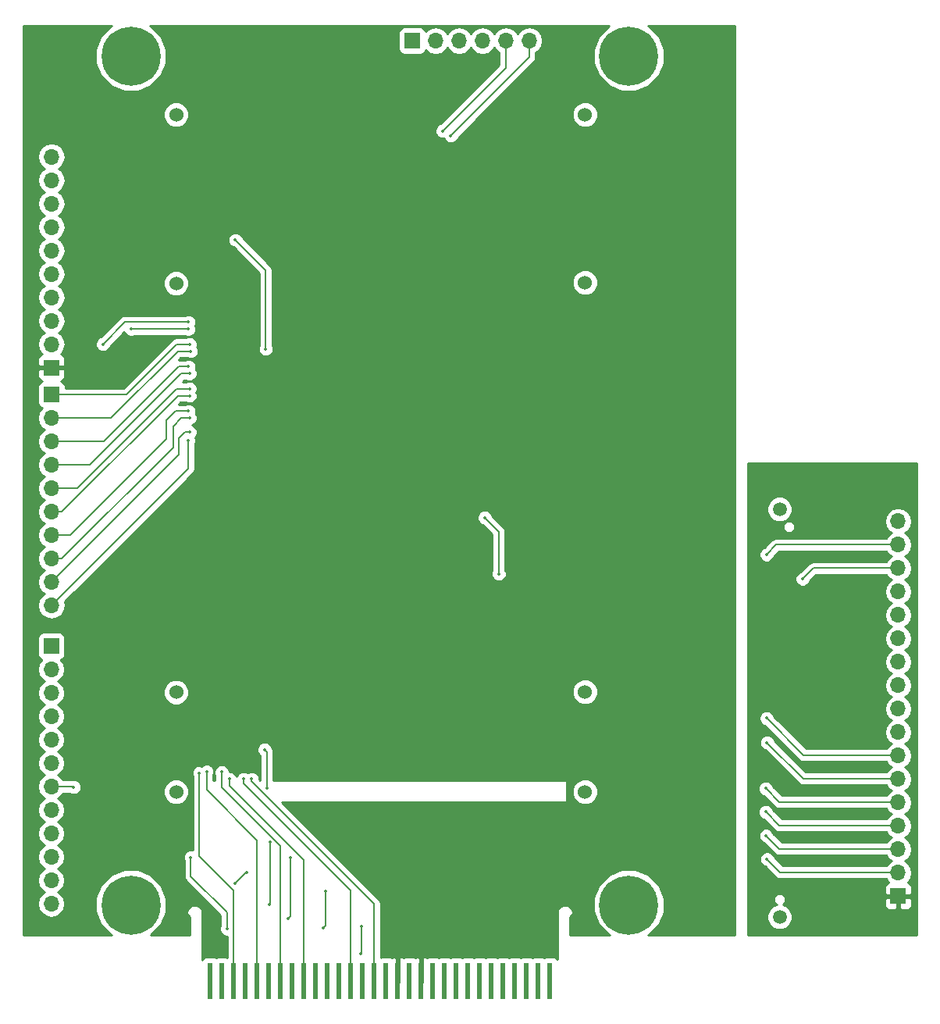
<source format=gbr>
G04 #@! TF.FileFunction,Copper,L2,Bot,Signal*
%FSLAX46Y46*%
G04 Gerber Fmt 4.6, Leading zero omitted, Abs format (unit mm)*
G04 Created by KiCad (PCBNEW 4.0.7) date Thu Jul 26 17:03:26 2018*
%MOMM*%
%LPD*%
G01*
G04 APERTURE LIST*
%ADD10C,0.100000*%
%ADD11C,1.524000*%
%ADD12R,0.560000X4.000000*%
%ADD13C,6.400000*%
%ADD14R,1.700000X1.700000*%
%ADD15O,1.700000X1.700000*%
%ADD16C,1.500000*%
%ADD17C,0.355600*%
%ADD18C,0.177800*%
%ADD19C,0.254000*%
G04 APERTURE END LIST*
D10*
D11*
X142824200Y-136220200D03*
X142824200Y-91871800D03*
X98475800Y-136296400D03*
X98475800Y-91948000D03*
X98475800Y-147066000D03*
X142824200Y-147066000D03*
X142824200Y-73660000D03*
X98475800Y-73660000D03*
D12*
X102168800Y-167600000D03*
X103438800Y-167600000D03*
X104708800Y-167600000D03*
X105978800Y-167600000D03*
X107248800Y-167600000D03*
X108518800Y-167600000D03*
X109788800Y-167600000D03*
X111058800Y-167600000D03*
X112328800Y-167600000D03*
X113598800Y-167600000D03*
X114868800Y-167600000D03*
X116138800Y-167600000D03*
X117408800Y-167600000D03*
X118678800Y-167600000D03*
X119948800Y-167600000D03*
X121218800Y-167600000D03*
X122488800Y-167600000D03*
X123758800Y-167600000D03*
X125028800Y-167600000D03*
X126298800Y-167600000D03*
X127568800Y-167600000D03*
X128838800Y-167600000D03*
X130108800Y-167600000D03*
X131378800Y-167600000D03*
X132648800Y-167600000D03*
X133918800Y-167600000D03*
X135188800Y-167600000D03*
X136458800Y-167600000D03*
X137728800Y-167600000D03*
X138998800Y-167600000D03*
D13*
X93573600Y-67310000D03*
X147574000Y-67310000D03*
X93573600Y-159334400D03*
X147574000Y-159334400D03*
D14*
X84937600Y-131267200D03*
D15*
X84937600Y-133807200D03*
X84937600Y-136347200D03*
X84937600Y-138887200D03*
X84937600Y-141427200D03*
X84937600Y-143967200D03*
X84937600Y-146507200D03*
X84937600Y-149047200D03*
X84937600Y-151587200D03*
X84937600Y-154127200D03*
X84937600Y-156667200D03*
X84937600Y-159207200D03*
D14*
X124079000Y-65659000D03*
D15*
X126619000Y-65659000D03*
X129159000Y-65659000D03*
X131699000Y-65659000D03*
X134239000Y-65659000D03*
X136779000Y-65659000D03*
D14*
X84963000Y-101092000D03*
D15*
X84963000Y-98552000D03*
X84963000Y-96012000D03*
X84963000Y-93472000D03*
X84963000Y-90932000D03*
X84963000Y-88392000D03*
X84963000Y-85852000D03*
X84963000Y-83312000D03*
X84963000Y-80772000D03*
X84963000Y-78232000D03*
D16*
X163931600Y-160631600D03*
X163931600Y-116431600D03*
D14*
X176784000Y-158394400D03*
D15*
X176784000Y-155854400D03*
X176784000Y-153314400D03*
X176784000Y-150774400D03*
X176784000Y-148234400D03*
X176784000Y-145694400D03*
X176784000Y-143154400D03*
X176784000Y-140614400D03*
X176784000Y-138074400D03*
X176784000Y-135534400D03*
X176784000Y-132994400D03*
X176784000Y-130454400D03*
X176784000Y-127914400D03*
X176784000Y-125374400D03*
X176784000Y-122834400D03*
X176784000Y-120294400D03*
X176784000Y-117754400D03*
D14*
X84963000Y-104013000D03*
D15*
X84963000Y-106553000D03*
X84963000Y-109093000D03*
X84963000Y-111633000D03*
X84963000Y-114173000D03*
X84963000Y-116713000D03*
X84963000Y-119253000D03*
X84963000Y-121793000D03*
X84963000Y-124333000D03*
X84963000Y-126873000D03*
D17*
X118491000Y-164592000D03*
X118618000Y-161671000D03*
X114427000Y-161798000D03*
X114681000Y-157861000D03*
X110617000Y-160782000D03*
X110871000Y-154178000D03*
X108585000Y-159258000D03*
X108712000Y-152527000D03*
X104902000Y-156972000D03*
X106172000Y-155829000D03*
X126619000Y-69850000D03*
X124460000Y-69723000D03*
X125028800Y-167600000D03*
X122488800Y-167600000D03*
X163880800Y-135432800D03*
X99822000Y-96139000D03*
X90551000Y-98552000D03*
X99822000Y-96901000D03*
X93599000Y-96901000D03*
X133477000Y-123444000D03*
X131953000Y-117348000D03*
X108331000Y-146685000D03*
X108077000Y-142494000D03*
X108204000Y-99060000D03*
X104902000Y-87249000D03*
X87376000Y-146558000D03*
X100076000Y-154178000D03*
X104013000Y-161925000D03*
X162560000Y-154381200D03*
X100990400Y-145034000D03*
X162458400Y-151841200D03*
X101803200Y-144881600D03*
X162407600Y-149250400D03*
X103428800Y-144932400D03*
X162407600Y-146710400D03*
X104241600Y-145694400D03*
X105791000Y-145669000D03*
X162560000Y-141732000D03*
X106680000Y-145669000D03*
X162509200Y-139090400D03*
X128270000Y-75946000D03*
X127381000Y-75438000D03*
X99949000Y-98552000D03*
X100076000Y-99314000D03*
X99822000Y-100965000D03*
X99949000Y-101727000D03*
X99949000Y-103378000D03*
X99949000Y-104140000D03*
X99822000Y-105791000D03*
X99949000Y-106553000D03*
X99949000Y-108077000D03*
X99822000Y-108966000D03*
X166420800Y-124002800D03*
X162509200Y-121361200D03*
D18*
X118618000Y-161671000D02*
X118618000Y-164465000D01*
X118618000Y-164465000D02*
X118491000Y-164592000D01*
X114681000Y-157861000D02*
X114681000Y-161544000D01*
X114681000Y-161544000D02*
X114427000Y-161798000D01*
X110871000Y-154178000D02*
X110871000Y-160528000D01*
X110871000Y-160528000D02*
X110617000Y-160782000D01*
X108712000Y-152527000D02*
X108712000Y-159131000D01*
X108712000Y-159131000D02*
X108585000Y-159258000D01*
X106172000Y-155829000D02*
X106045000Y-155829000D01*
X106045000Y-155829000D02*
X104902000Y-156972000D01*
X124460000Y-69723000D02*
X126492000Y-69723000D01*
X126492000Y-69723000D02*
X126619000Y-69850000D01*
X163880800Y-135432800D02*
X163880800Y-135382000D01*
X92964000Y-96139000D02*
X99822000Y-96139000D01*
X90551000Y-98552000D02*
X92964000Y-96139000D01*
X93599000Y-96901000D02*
X99822000Y-96901000D01*
X133477000Y-118872000D02*
X133477000Y-123444000D01*
X131953000Y-117348000D02*
X133477000Y-118872000D01*
X108331000Y-142748000D02*
X108331000Y-146685000D01*
X108077000Y-142494000D02*
X108331000Y-142748000D01*
X108204000Y-90551000D02*
X108204000Y-99060000D01*
X104902000Y-87249000D02*
X108204000Y-90551000D01*
X84937600Y-146507200D02*
X87325200Y-146507200D01*
X87325200Y-146507200D02*
X87376000Y-146558000D01*
X104013000Y-160147000D02*
X104013000Y-161925000D01*
X100076000Y-154178000D02*
X100076000Y-155702000D01*
X100076000Y-155702000D02*
X100076000Y-156210000D01*
X100076000Y-156210000D02*
X104013000Y-160147000D01*
X176225200Y-155803600D02*
X163982400Y-155803600D01*
X163982400Y-155803600D02*
X162560000Y-154381200D01*
X104708800Y-167600000D02*
X104708800Y-157794800D01*
X100990400Y-154076400D02*
X100990400Y-145034000D01*
X104708800Y-157794800D02*
X100990400Y-154076400D01*
X176225200Y-153263600D02*
X163880800Y-153263600D01*
X163880800Y-153263600D02*
X162458400Y-151841200D01*
X107248800Y-167600000D02*
X107248800Y-152308400D01*
X101803200Y-146862800D02*
X101803200Y-144881600D01*
X107248800Y-152308400D02*
X101803200Y-146862800D01*
X176225200Y-150723600D02*
X163880800Y-150723600D01*
X163880800Y-150723600D02*
X162407600Y-149250400D01*
X109788800Y-167600000D02*
X109788800Y-152918000D01*
X103428800Y-146558000D02*
X103428800Y-144932400D01*
X109788800Y-152918000D02*
X103428800Y-146558000D01*
X176225200Y-148183600D02*
X163880800Y-148183600D01*
X163880800Y-148183600D02*
X162407600Y-146710400D01*
X112328800Y-167600000D02*
X112328800Y-154492800D01*
X104241600Y-146405600D02*
X104241600Y-145694400D01*
X112328800Y-154492800D02*
X104241600Y-146405600D01*
X117408800Y-167600000D02*
X117408800Y-157794800D01*
X105791000Y-146177000D02*
X105791000Y-145669000D01*
X117408800Y-157794800D02*
X105791000Y-146177000D01*
X176225200Y-145643600D02*
X166471600Y-145643600D01*
X166471600Y-145643600D02*
X162560000Y-141732000D01*
X119948800Y-167600000D02*
X119948800Y-159191800D01*
X106680000Y-145923000D02*
X106680000Y-145669000D01*
X119948800Y-159191800D02*
X106680000Y-145923000D01*
X176225200Y-143103600D02*
X166522400Y-143103600D01*
X166522400Y-143103600D02*
X162509200Y-139090400D01*
X136779000Y-65659000D02*
X136779000Y-67437000D01*
X136779000Y-67437000D02*
X128270000Y-75946000D01*
X134239000Y-65659000D02*
X134239000Y-68580000D01*
X134239000Y-68580000D02*
X127381000Y-75438000D01*
X84963000Y-104013000D02*
X93091000Y-104013000D01*
X98552000Y-98552000D02*
X99949000Y-98552000D01*
X93091000Y-104013000D02*
X98552000Y-98552000D01*
X84963000Y-106553000D02*
X91440000Y-106553000D01*
X98679000Y-99314000D02*
X100076000Y-99314000D01*
X91440000Y-106553000D02*
X98679000Y-99314000D01*
X84963000Y-109093000D02*
X90678000Y-109093000D01*
X98806000Y-100965000D02*
X99822000Y-100965000D01*
X90678000Y-109093000D02*
X98806000Y-100965000D01*
X84963000Y-111633000D02*
X89154000Y-111633000D01*
X99060000Y-101727000D02*
X99949000Y-101727000D01*
X89154000Y-111633000D02*
X99060000Y-101727000D01*
X84963000Y-114173000D02*
X87757000Y-114173000D01*
X98552000Y-103378000D02*
X99949000Y-103378000D01*
X87757000Y-114173000D02*
X98552000Y-103378000D01*
X84963000Y-116713000D02*
X86106000Y-116713000D01*
X98679000Y-104140000D02*
X99949000Y-104140000D01*
X86106000Y-116713000D02*
X98679000Y-104140000D01*
X84963000Y-119253000D02*
X86995000Y-119253000D01*
X98425000Y-105791000D02*
X99822000Y-105791000D01*
X97409000Y-106807000D02*
X98425000Y-105791000D01*
X97409000Y-108839000D02*
X97409000Y-106807000D01*
X86995000Y-119253000D02*
X97409000Y-108839000D01*
X84963000Y-121793000D02*
X86106000Y-121793000D01*
X99060000Y-106553000D02*
X99949000Y-106553000D01*
X98171000Y-107442000D02*
X99060000Y-106553000D01*
X98171000Y-109728000D02*
X98171000Y-107442000D01*
X86106000Y-121793000D02*
X98171000Y-109728000D01*
X84963000Y-124333000D02*
X98806000Y-110490000D01*
X99441000Y-108077000D02*
X99949000Y-108077000D01*
X98806000Y-108712000D02*
X99441000Y-108077000D01*
X98806000Y-110490000D02*
X98806000Y-108712000D01*
X84963000Y-126873000D02*
X99822000Y-112014000D01*
X99822000Y-112014000D02*
X99822000Y-108966000D01*
X176784000Y-122834400D02*
X167589200Y-122834400D01*
X167589200Y-122834400D02*
X166420800Y-124002800D01*
X176784000Y-120294400D02*
X163576000Y-120294400D01*
X163576000Y-120294400D02*
X162509200Y-121361200D01*
D19*
G36*
X89585800Y-64032200D02*
X91463985Y-64032200D01*
X91404085Y-64056950D01*
X90324341Y-65134811D01*
X89739267Y-66543825D01*
X89737936Y-68069482D01*
X90320550Y-69479515D01*
X91398411Y-70559259D01*
X92807425Y-71144333D01*
X94333082Y-71145664D01*
X95743115Y-70563050D01*
X96822859Y-69485189D01*
X97407933Y-68076175D01*
X97409264Y-66550518D01*
X96826650Y-65140485D01*
X96495744Y-64809000D01*
X122581560Y-64809000D01*
X122581560Y-66509000D01*
X122625838Y-66744317D01*
X122764910Y-66960441D01*
X122977110Y-67105431D01*
X123229000Y-67156440D01*
X124929000Y-67156440D01*
X125164317Y-67112162D01*
X125380441Y-66973090D01*
X125525431Y-66760890D01*
X125539086Y-66693459D01*
X125568946Y-66738147D01*
X126050715Y-67060054D01*
X126619000Y-67173093D01*
X127187285Y-67060054D01*
X127669054Y-66738147D01*
X127889000Y-66408974D01*
X128108946Y-66738147D01*
X128590715Y-67060054D01*
X129159000Y-67173093D01*
X129727285Y-67060054D01*
X130209054Y-66738147D01*
X130429000Y-66408974D01*
X130648946Y-66738147D01*
X131130715Y-67060054D01*
X131699000Y-67173093D01*
X132267285Y-67060054D01*
X132749054Y-66738147D01*
X132969000Y-66408974D01*
X133188946Y-66738147D01*
X133515100Y-66956076D01*
X133515100Y-68280151D01*
X127135095Y-74660155D01*
X126921187Y-74748540D01*
X126692343Y-74976984D01*
X126568341Y-75275615D01*
X126568059Y-75598967D01*
X126691540Y-75897813D01*
X126919984Y-76126657D01*
X127218615Y-76250659D01*
X127516539Y-76250919D01*
X127580540Y-76405813D01*
X127808984Y-76634657D01*
X128107615Y-76758659D01*
X128430967Y-76758941D01*
X128729813Y-76635460D01*
X128958657Y-76407016D01*
X129048073Y-76191677D01*
X131303088Y-73936661D01*
X141426958Y-73936661D01*
X141639190Y-74450303D01*
X142031830Y-74843629D01*
X142545100Y-75056757D01*
X143100861Y-75057242D01*
X143614503Y-74845010D01*
X144007829Y-74452370D01*
X144220957Y-73939100D01*
X144221442Y-73383339D01*
X144009210Y-72869697D01*
X143616570Y-72476371D01*
X143103300Y-72263243D01*
X142547539Y-72262758D01*
X142033897Y-72474990D01*
X141640571Y-72867630D01*
X141427443Y-73380900D01*
X141426958Y-73936661D01*
X131303088Y-73936661D01*
X137290872Y-67948877D01*
X137290875Y-67948875D01*
X137447796Y-67714025D01*
X137502900Y-67437000D01*
X137502900Y-66956076D01*
X137829054Y-66738147D01*
X138150961Y-66256378D01*
X138264000Y-65688093D01*
X138264000Y-65629907D01*
X138150961Y-65061622D01*
X137829054Y-64579853D01*
X137347285Y-64257946D01*
X136779000Y-64144907D01*
X136210715Y-64257946D01*
X135728946Y-64579853D01*
X135509000Y-64909026D01*
X135289054Y-64579853D01*
X134807285Y-64257946D01*
X134239000Y-64144907D01*
X133670715Y-64257946D01*
X133188946Y-64579853D01*
X132969000Y-64909026D01*
X132749054Y-64579853D01*
X132267285Y-64257946D01*
X131699000Y-64144907D01*
X131130715Y-64257946D01*
X130648946Y-64579853D01*
X130429000Y-64909026D01*
X130209054Y-64579853D01*
X129727285Y-64257946D01*
X129159000Y-64144907D01*
X128590715Y-64257946D01*
X128108946Y-64579853D01*
X127889000Y-64909026D01*
X127669054Y-64579853D01*
X127187285Y-64257946D01*
X126619000Y-64144907D01*
X126050715Y-64257946D01*
X125568946Y-64579853D01*
X125541150Y-64621452D01*
X125532162Y-64573683D01*
X125393090Y-64357559D01*
X125180890Y-64212569D01*
X124929000Y-64161560D01*
X123229000Y-64161560D01*
X122993683Y-64205838D01*
X122777559Y-64344910D01*
X122632569Y-64557110D01*
X122581560Y-64809000D01*
X96495744Y-64809000D01*
X95748789Y-64060741D01*
X95680055Y-64032200D01*
X145464385Y-64032200D01*
X145404485Y-64056950D01*
X144324741Y-65134811D01*
X143739667Y-66543825D01*
X143738336Y-68069482D01*
X144320950Y-69479515D01*
X145398811Y-70559259D01*
X146807825Y-71144333D01*
X148333482Y-71145664D01*
X149743515Y-70563050D01*
X150823259Y-69485189D01*
X151408333Y-68076175D01*
X151409664Y-66550518D01*
X150827050Y-65140485D01*
X149749189Y-64060741D01*
X149680455Y-64032200D01*
X151561800Y-64032200D01*
X151689493Y-64006800D01*
X159056000Y-64006800D01*
X159056000Y-162612000D01*
X151536400Y-162612000D01*
X151535395Y-162612200D01*
X149683615Y-162612200D01*
X149743515Y-162587450D01*
X150823259Y-161509589D01*
X151408333Y-160100575D01*
X151409664Y-158574918D01*
X150827050Y-157164885D01*
X149749189Y-156085141D01*
X148340175Y-155500067D01*
X146814518Y-155498736D01*
X145404485Y-156081350D01*
X144324741Y-157159211D01*
X143739667Y-158568225D01*
X143738336Y-160093882D01*
X144320950Y-161503915D01*
X145398811Y-162583659D01*
X145467545Y-162612200D01*
X141193800Y-162612200D01*
X141193800Y-160672582D01*
X141315239Y-160591439D01*
X141465896Y-160365965D01*
X141518800Y-160100000D01*
X141465896Y-159834035D01*
X141315239Y-159608561D01*
X141089765Y-159457904D01*
X140823800Y-159405000D01*
X140498800Y-159405000D01*
X140232835Y-159457904D01*
X140007361Y-159608561D01*
X139856704Y-159834035D01*
X139803800Y-160100000D01*
X139803800Y-165243216D01*
X139742890Y-165148559D01*
X139530690Y-165003569D01*
X139278800Y-164952560D01*
X138718800Y-164952560D01*
X138483483Y-164996838D01*
X138363673Y-165073934D01*
X138260690Y-165003569D01*
X138008800Y-164952560D01*
X137448800Y-164952560D01*
X137213483Y-164996838D01*
X137093673Y-165073934D01*
X136990690Y-165003569D01*
X136738800Y-164952560D01*
X136178800Y-164952560D01*
X135943483Y-164996838D01*
X135823673Y-165073934D01*
X135720690Y-165003569D01*
X135468800Y-164952560D01*
X134908800Y-164952560D01*
X134673483Y-164996838D01*
X134553673Y-165073934D01*
X134450690Y-165003569D01*
X134198800Y-164952560D01*
X133638800Y-164952560D01*
X133403483Y-164996838D01*
X133283673Y-165073934D01*
X133180690Y-165003569D01*
X132928800Y-164952560D01*
X132368800Y-164952560D01*
X132133483Y-164996838D01*
X132013673Y-165073934D01*
X131910690Y-165003569D01*
X131658800Y-164952560D01*
X131098800Y-164952560D01*
X130863483Y-164996838D01*
X130743673Y-165073934D01*
X130640690Y-165003569D01*
X130388800Y-164952560D01*
X129828800Y-164952560D01*
X129593483Y-164996838D01*
X129473673Y-165073934D01*
X129370690Y-165003569D01*
X129118800Y-164952560D01*
X128558800Y-164952560D01*
X128323483Y-164996838D01*
X128203673Y-165073934D01*
X128100690Y-165003569D01*
X127848800Y-164952560D01*
X127288800Y-164952560D01*
X127053483Y-164996838D01*
X126933673Y-165073934D01*
X126830690Y-165003569D01*
X126578800Y-164952560D01*
X126018800Y-164952560D01*
X125783483Y-164996838D01*
X125674069Y-165067244D01*
X125668498Y-165061673D01*
X125435109Y-164965000D01*
X125314550Y-164965000D01*
X125155800Y-165123750D01*
X125155800Y-167473000D01*
X125175800Y-167473000D01*
X125175800Y-167727000D01*
X125155800Y-167727000D01*
X125155800Y-167747000D01*
X124901800Y-167747000D01*
X124901800Y-167727000D01*
X124881800Y-167727000D01*
X124881800Y-167473000D01*
X124901800Y-167473000D01*
X124901800Y-165123750D01*
X124743050Y-164965000D01*
X124622491Y-164965000D01*
X124389102Y-165061673D01*
X124383673Y-165067102D01*
X124290690Y-165003569D01*
X124038800Y-164952560D01*
X123478800Y-164952560D01*
X123243483Y-164996838D01*
X123134069Y-165067244D01*
X123128498Y-165061673D01*
X122895109Y-164965000D01*
X122774550Y-164965000D01*
X122615800Y-165123750D01*
X122615800Y-167473000D01*
X122635800Y-167473000D01*
X122635800Y-167727000D01*
X122615800Y-167727000D01*
X122615800Y-167747000D01*
X122361800Y-167747000D01*
X122361800Y-167727000D01*
X122341800Y-167727000D01*
X122341800Y-167473000D01*
X122361800Y-167473000D01*
X122361800Y-165123750D01*
X122203050Y-164965000D01*
X122082491Y-164965000D01*
X121849102Y-165061673D01*
X121843673Y-165067102D01*
X121750690Y-165003569D01*
X121498800Y-164952560D01*
X120938800Y-164952560D01*
X120703483Y-164996838D01*
X120672700Y-165016646D01*
X120672700Y-159191805D01*
X120672701Y-159191800D01*
X120617597Y-158914776D01*
X120460675Y-158679925D01*
X109989750Y-148209000D01*
X140716000Y-148209000D01*
X140762159Y-148200315D01*
X140804553Y-148173035D01*
X140832994Y-148131410D01*
X140843000Y-148082000D01*
X140843000Y-147342661D01*
X141426958Y-147342661D01*
X141639190Y-147856303D01*
X142031830Y-148249629D01*
X142545100Y-148462757D01*
X143100861Y-148463242D01*
X143614503Y-148251010D01*
X144007829Y-147858370D01*
X144220957Y-147345100D01*
X144221442Y-146789339D01*
X144009210Y-146275697D01*
X143616570Y-145882371D01*
X143103300Y-145669243D01*
X142547539Y-145668758D01*
X142033897Y-145880990D01*
X141640571Y-146273630D01*
X141427443Y-146786900D01*
X141426958Y-147342661D01*
X140843000Y-147342661D01*
X140843000Y-145923000D01*
X140834315Y-145876841D01*
X140807035Y-145834447D01*
X140765410Y-145806006D01*
X140716000Y-145796000D01*
X109054900Y-145796000D01*
X109054900Y-142748000D01*
X108999796Y-142470975D01*
X108861282Y-142263673D01*
X108766460Y-142034187D01*
X108538016Y-141805343D01*
X108239385Y-141681341D01*
X107916033Y-141681059D01*
X107617187Y-141804540D01*
X107388343Y-142032984D01*
X107264341Y-142331615D01*
X107264059Y-142654967D01*
X107387540Y-142953813D01*
X107607100Y-143173757D01*
X107607100Y-145796000D01*
X107576750Y-145796000D01*
X107492763Y-145712013D01*
X107492941Y-145508033D01*
X107369460Y-145209187D01*
X107141016Y-144980343D01*
X106842385Y-144856341D01*
X106519033Y-144856059D01*
X106235171Y-144973349D01*
X105953385Y-144856341D01*
X105630033Y-144856059D01*
X105331187Y-144979540D01*
X105102343Y-145207984D01*
X105010981Y-145428009D01*
X104931060Y-145234587D01*
X104702616Y-145005743D01*
X104403985Y-144881741D01*
X104241645Y-144881599D01*
X104241741Y-144771433D01*
X104118260Y-144472587D01*
X103889816Y-144243743D01*
X103591185Y-144119741D01*
X103267833Y-144119459D01*
X102968987Y-144242940D01*
X102740143Y-144471384D01*
X102616141Y-144770015D01*
X102615859Y-145093367D01*
X102704900Y-145308862D01*
X102704900Y-145796000D01*
X102527100Y-145796000D01*
X102527100Y-145257741D01*
X102615859Y-145043985D01*
X102616141Y-144720633D01*
X102492660Y-144421787D01*
X102264216Y-144192943D01*
X101965585Y-144068941D01*
X101642233Y-144068659D01*
X101343387Y-144192140D01*
X101266736Y-144268657D01*
X101152785Y-144221341D01*
X100829433Y-144221059D01*
X100530587Y-144344540D01*
X100301743Y-144572984D01*
X100177741Y-144871615D01*
X100177459Y-145194967D01*
X100266500Y-145410462D01*
X100266500Y-153377015D01*
X100238385Y-153365341D01*
X99915033Y-153365059D01*
X99616187Y-153488540D01*
X99387343Y-153716984D01*
X99263341Y-154015615D01*
X99263059Y-154338967D01*
X99352100Y-154554462D01*
X99352100Y-156209995D01*
X99352099Y-156210000D01*
X99384084Y-156370796D01*
X99407204Y-156487025D01*
X99510527Y-156641659D01*
X99564125Y-156721875D01*
X103289100Y-160446849D01*
X103289100Y-161548859D01*
X103200341Y-161762615D01*
X103200059Y-162085967D01*
X103323540Y-162384813D01*
X103551984Y-162613657D01*
X103850615Y-162737659D01*
X103984900Y-162737776D01*
X103984900Y-165013278D01*
X103970690Y-165003569D01*
X103718800Y-164952560D01*
X103158800Y-164952560D01*
X102923483Y-164996838D01*
X102803673Y-165073934D01*
X102700690Y-165003569D01*
X102448800Y-164952560D01*
X101888800Y-164952560D01*
X101653483Y-164996838D01*
X101437359Y-165135910D01*
X101343800Y-165272838D01*
X101343800Y-160100000D01*
X101290896Y-159834035D01*
X101140239Y-159608561D01*
X100914765Y-159457904D01*
X100648800Y-159405000D01*
X100323800Y-159405000D01*
X100057835Y-159457904D01*
X99832361Y-159608561D01*
X99681704Y-159834035D01*
X99628800Y-160100000D01*
X99681704Y-160365965D01*
X99832361Y-160591439D01*
X99953800Y-160672582D01*
X99953800Y-162612200D01*
X95683215Y-162612200D01*
X95743115Y-162587450D01*
X96822859Y-161509589D01*
X97407933Y-160100575D01*
X97409264Y-158574918D01*
X96826650Y-157164885D01*
X95748789Y-156085141D01*
X94339775Y-155500067D01*
X92814118Y-155498736D01*
X91404085Y-156081350D01*
X90324341Y-157159211D01*
X89739267Y-158568225D01*
X89737936Y-160093882D01*
X90320550Y-161503915D01*
X91398411Y-162583659D01*
X91467145Y-162612200D01*
X89585800Y-162612200D01*
X89573603Y-162614626D01*
X89560400Y-162612000D01*
X81939200Y-162612000D01*
X81939200Y-133807200D01*
X83423507Y-133807200D01*
X83536546Y-134375485D01*
X83858453Y-134857254D01*
X84187626Y-135077200D01*
X83858453Y-135297146D01*
X83536546Y-135778915D01*
X83423507Y-136347200D01*
X83536546Y-136915485D01*
X83858453Y-137397254D01*
X84187626Y-137617200D01*
X83858453Y-137837146D01*
X83536546Y-138318915D01*
X83423507Y-138887200D01*
X83536546Y-139455485D01*
X83858453Y-139937254D01*
X84187626Y-140157200D01*
X83858453Y-140377146D01*
X83536546Y-140858915D01*
X83423507Y-141427200D01*
X83536546Y-141995485D01*
X83858453Y-142477254D01*
X84187626Y-142697200D01*
X83858453Y-142917146D01*
X83536546Y-143398915D01*
X83423507Y-143967200D01*
X83536546Y-144535485D01*
X83858453Y-145017254D01*
X84187626Y-145237200D01*
X83858453Y-145457146D01*
X83536546Y-145938915D01*
X83423507Y-146507200D01*
X83536546Y-147075485D01*
X83858453Y-147557254D01*
X84187626Y-147777200D01*
X83858453Y-147997146D01*
X83536546Y-148478915D01*
X83423507Y-149047200D01*
X83536546Y-149615485D01*
X83858453Y-150097254D01*
X84187626Y-150317200D01*
X83858453Y-150537146D01*
X83536546Y-151018915D01*
X83423507Y-151587200D01*
X83536546Y-152155485D01*
X83858453Y-152637254D01*
X84187626Y-152857200D01*
X83858453Y-153077146D01*
X83536546Y-153558915D01*
X83423507Y-154127200D01*
X83536546Y-154695485D01*
X83858453Y-155177254D01*
X84187626Y-155397200D01*
X83858453Y-155617146D01*
X83536546Y-156098915D01*
X83423507Y-156667200D01*
X83536546Y-157235485D01*
X83858453Y-157717254D01*
X84187626Y-157937200D01*
X83858453Y-158157146D01*
X83536546Y-158638915D01*
X83423507Y-159207200D01*
X83536546Y-159775485D01*
X83858453Y-160257254D01*
X84340222Y-160579161D01*
X84908507Y-160692200D01*
X84966693Y-160692200D01*
X85534978Y-160579161D01*
X86016747Y-160257254D01*
X86338654Y-159775485D01*
X86451693Y-159207200D01*
X86338654Y-158638915D01*
X86016747Y-158157146D01*
X85687574Y-157937200D01*
X86016747Y-157717254D01*
X86338654Y-157235485D01*
X86451693Y-156667200D01*
X86338654Y-156098915D01*
X86016747Y-155617146D01*
X85687574Y-155397200D01*
X86016747Y-155177254D01*
X86338654Y-154695485D01*
X86451693Y-154127200D01*
X86338654Y-153558915D01*
X86016747Y-153077146D01*
X85687574Y-152857200D01*
X86016747Y-152637254D01*
X86338654Y-152155485D01*
X86451693Y-151587200D01*
X86338654Y-151018915D01*
X86016747Y-150537146D01*
X85687574Y-150317200D01*
X86016747Y-150097254D01*
X86338654Y-149615485D01*
X86451693Y-149047200D01*
X86338654Y-148478915D01*
X86016747Y-147997146D01*
X85687574Y-147777200D01*
X86016747Y-147557254D01*
X86234676Y-147231100D01*
X86899454Y-147231100D01*
X86914984Y-147246657D01*
X87213615Y-147370659D01*
X87536967Y-147370941D01*
X87605409Y-147342661D01*
X97078558Y-147342661D01*
X97290790Y-147856303D01*
X97683430Y-148249629D01*
X98196700Y-148462757D01*
X98752461Y-148463242D01*
X99266103Y-148251010D01*
X99659429Y-147858370D01*
X99872557Y-147345100D01*
X99873042Y-146789339D01*
X99660810Y-146275697D01*
X99268170Y-145882371D01*
X98754900Y-145669243D01*
X98199139Y-145668758D01*
X97685497Y-145880990D01*
X97292171Y-146273630D01*
X97079043Y-146786900D01*
X97078558Y-147342661D01*
X87605409Y-147342661D01*
X87835813Y-147247460D01*
X88064657Y-147019016D01*
X88188659Y-146720385D01*
X88188941Y-146397033D01*
X88065460Y-146098187D01*
X87837016Y-145869343D01*
X87538385Y-145745341D01*
X87215033Y-145745059D01*
X87122483Y-145783300D01*
X86234676Y-145783300D01*
X86016747Y-145457146D01*
X85687574Y-145237200D01*
X86016747Y-145017254D01*
X86338654Y-144535485D01*
X86451693Y-143967200D01*
X86338654Y-143398915D01*
X86016747Y-142917146D01*
X85687574Y-142697200D01*
X86016747Y-142477254D01*
X86338654Y-141995485D01*
X86451693Y-141427200D01*
X86338654Y-140858915D01*
X86016747Y-140377146D01*
X85687574Y-140157200D01*
X86016747Y-139937254D01*
X86338654Y-139455485D01*
X86451693Y-138887200D01*
X86338654Y-138318915D01*
X86016747Y-137837146D01*
X85687574Y-137617200D01*
X86016747Y-137397254D01*
X86338654Y-136915485D01*
X86406766Y-136573061D01*
X97078558Y-136573061D01*
X97290790Y-137086703D01*
X97683430Y-137480029D01*
X98196700Y-137693157D01*
X98752461Y-137693642D01*
X99266103Y-137481410D01*
X99659429Y-137088770D01*
X99872557Y-136575500D01*
X99872625Y-136496861D01*
X141426958Y-136496861D01*
X141639190Y-137010503D01*
X142031830Y-137403829D01*
X142545100Y-137616957D01*
X143100861Y-137617442D01*
X143614503Y-137405210D01*
X144007829Y-137012570D01*
X144220957Y-136499300D01*
X144221442Y-135943539D01*
X144009210Y-135429897D01*
X143616570Y-135036571D01*
X143103300Y-134823443D01*
X142547539Y-134822958D01*
X142033897Y-135035190D01*
X141640571Y-135427830D01*
X141427443Y-135941100D01*
X141426958Y-136496861D01*
X99872625Y-136496861D01*
X99873042Y-136019739D01*
X99660810Y-135506097D01*
X99268170Y-135112771D01*
X98754900Y-134899643D01*
X98199139Y-134899158D01*
X97685497Y-135111390D01*
X97292171Y-135504030D01*
X97079043Y-136017300D01*
X97078558Y-136573061D01*
X86406766Y-136573061D01*
X86451693Y-136347200D01*
X86338654Y-135778915D01*
X86016747Y-135297146D01*
X85687574Y-135077200D01*
X86016747Y-134857254D01*
X86338654Y-134375485D01*
X86451693Y-133807200D01*
X86338654Y-133238915D01*
X86016747Y-132757146D01*
X85975148Y-132729350D01*
X86022917Y-132720362D01*
X86239041Y-132581290D01*
X86384031Y-132369090D01*
X86435040Y-132117200D01*
X86435040Y-130417200D01*
X86390762Y-130181883D01*
X86251690Y-129965759D01*
X86039490Y-129820769D01*
X85787600Y-129769760D01*
X84087600Y-129769760D01*
X83852283Y-129814038D01*
X83636159Y-129953110D01*
X83491169Y-130165310D01*
X83440160Y-130417200D01*
X83440160Y-132117200D01*
X83484438Y-132352517D01*
X83623510Y-132568641D01*
X83835710Y-132713631D01*
X83903141Y-132727286D01*
X83858453Y-132757146D01*
X83536546Y-133238915D01*
X83423507Y-133807200D01*
X81939200Y-133807200D01*
X81939200Y-106553000D01*
X83448907Y-106553000D01*
X83561946Y-107121285D01*
X83883853Y-107603054D01*
X84213026Y-107823000D01*
X83883853Y-108042946D01*
X83561946Y-108524715D01*
X83448907Y-109093000D01*
X83561946Y-109661285D01*
X83883853Y-110143054D01*
X84213026Y-110363000D01*
X83883853Y-110582946D01*
X83561946Y-111064715D01*
X83448907Y-111633000D01*
X83561946Y-112201285D01*
X83883853Y-112683054D01*
X84213026Y-112903000D01*
X83883853Y-113122946D01*
X83561946Y-113604715D01*
X83448907Y-114173000D01*
X83561946Y-114741285D01*
X83883853Y-115223054D01*
X84213026Y-115443000D01*
X83883853Y-115662946D01*
X83561946Y-116144715D01*
X83448907Y-116713000D01*
X83561946Y-117281285D01*
X83883853Y-117763054D01*
X84213026Y-117983000D01*
X83883853Y-118202946D01*
X83561946Y-118684715D01*
X83448907Y-119253000D01*
X83561946Y-119821285D01*
X83883853Y-120303054D01*
X84213026Y-120523000D01*
X83883853Y-120742946D01*
X83561946Y-121224715D01*
X83448907Y-121793000D01*
X83561946Y-122361285D01*
X83883853Y-122843054D01*
X84213026Y-123063000D01*
X83883853Y-123282946D01*
X83561946Y-123764715D01*
X83448907Y-124333000D01*
X83561946Y-124901285D01*
X83883853Y-125383054D01*
X84213026Y-125603000D01*
X83883853Y-125822946D01*
X83561946Y-126304715D01*
X83448907Y-126873000D01*
X83561946Y-127441285D01*
X83883853Y-127923054D01*
X84365622Y-128244961D01*
X84933907Y-128358000D01*
X84992093Y-128358000D01*
X85560378Y-128244961D01*
X86042147Y-127923054D01*
X86364054Y-127441285D01*
X86477093Y-126873000D01*
X86395740Y-126464010D01*
X95350782Y-117508967D01*
X131140059Y-117508967D01*
X131263540Y-117807813D01*
X131491984Y-118036657D01*
X131707324Y-118126074D01*
X132753100Y-119171849D01*
X132753100Y-123067859D01*
X132664341Y-123281615D01*
X132664059Y-123604967D01*
X132787540Y-123903813D01*
X133015984Y-124132657D01*
X133314615Y-124256659D01*
X133637967Y-124256941D01*
X133936813Y-124133460D01*
X134165657Y-123905016D01*
X134289659Y-123606385D01*
X134289941Y-123283033D01*
X134200900Y-123067538D01*
X134200900Y-118872000D01*
X134145796Y-118594975D01*
X133988875Y-118360125D01*
X133988872Y-118360123D01*
X132730846Y-117102096D01*
X132642460Y-116888187D01*
X132414016Y-116659343D01*
X132115385Y-116535341D01*
X131792033Y-116535059D01*
X131493187Y-116658540D01*
X131264343Y-116886984D01*
X131140341Y-117185615D01*
X131140059Y-117508967D01*
X95350782Y-117508967D01*
X100333872Y-112525877D01*
X100333875Y-112525875D01*
X100490796Y-112291025D01*
X100545900Y-112014000D01*
X100545900Y-109342141D01*
X100634659Y-109128385D01*
X100634941Y-108805033D01*
X100557623Y-108617910D01*
X100637657Y-108538016D01*
X100761659Y-108239385D01*
X100761941Y-107916033D01*
X100638460Y-107617187D01*
X100410016Y-107388343D01*
X100233320Y-107314973D01*
X100408813Y-107242460D01*
X100637657Y-107014016D01*
X100761659Y-106715385D01*
X100761941Y-106392033D01*
X100638460Y-106093187D01*
X100594778Y-106049429D01*
X100634659Y-105953385D01*
X100634941Y-105630033D01*
X100511460Y-105331187D01*
X100283016Y-105102343D01*
X99984385Y-104978341D01*
X99661033Y-104978059D01*
X99445538Y-105067100D01*
X98775650Y-105067100D01*
X98978850Y-104863900D01*
X99572859Y-104863900D01*
X99786615Y-104952659D01*
X100109967Y-104952941D01*
X100408813Y-104829460D01*
X100637657Y-104601016D01*
X100761659Y-104302385D01*
X100761941Y-103979033D01*
X100670954Y-103758828D01*
X100761659Y-103540385D01*
X100761941Y-103217033D01*
X100638460Y-102918187D01*
X100410016Y-102689343D01*
X100111385Y-102565341D01*
X99788033Y-102565059D01*
X99572538Y-102654100D01*
X99156649Y-102654100D01*
X99359849Y-102450900D01*
X99572859Y-102450900D01*
X99786615Y-102539659D01*
X100109967Y-102539941D01*
X100408813Y-102416460D01*
X100637657Y-102188016D01*
X100761659Y-101889385D01*
X100761941Y-101566033D01*
X100638460Y-101267187D01*
X100594778Y-101223429D01*
X100634659Y-101127385D01*
X100634941Y-100804033D01*
X100511460Y-100505187D01*
X100283016Y-100276343D01*
X99984385Y-100152341D01*
X99661033Y-100152059D01*
X99445538Y-100241100D01*
X98806005Y-100241100D01*
X98806000Y-100241099D01*
X98768115Y-100248635D01*
X98978850Y-100037900D01*
X99699859Y-100037900D01*
X99913615Y-100126659D01*
X100236967Y-100126941D01*
X100535813Y-100003460D01*
X100764657Y-99775016D01*
X100888659Y-99476385D01*
X100888941Y-99153033D01*
X100765460Y-98854187D01*
X100721778Y-98810429D01*
X100761659Y-98714385D01*
X100761941Y-98391033D01*
X100638460Y-98092187D01*
X100410016Y-97863343D01*
X100111385Y-97739341D01*
X99788033Y-97739059D01*
X99572538Y-97828100D01*
X98552000Y-97828100D01*
X98274975Y-97883204D01*
X98040125Y-98040125D01*
X98040123Y-98040128D01*
X92791150Y-103289100D01*
X86460440Y-103289100D01*
X86460440Y-103163000D01*
X86416162Y-102927683D01*
X86277090Y-102711559D01*
X86064890Y-102566569D01*
X85997458Y-102552914D01*
X86172698Y-102480327D01*
X86351327Y-102301699D01*
X86448000Y-102068310D01*
X86448000Y-101377750D01*
X86289250Y-101219000D01*
X85090000Y-101219000D01*
X85090000Y-101239000D01*
X84836000Y-101239000D01*
X84836000Y-101219000D01*
X83636750Y-101219000D01*
X83478000Y-101377750D01*
X83478000Y-102068310D01*
X83574673Y-102301699D01*
X83753302Y-102480327D01*
X83924150Y-102551095D01*
X83877683Y-102559838D01*
X83661559Y-102698910D01*
X83516569Y-102911110D01*
X83465560Y-103163000D01*
X83465560Y-104863000D01*
X83509838Y-105098317D01*
X83648910Y-105314441D01*
X83861110Y-105459431D01*
X83928541Y-105473086D01*
X83883853Y-105502946D01*
X83561946Y-105984715D01*
X83448907Y-106553000D01*
X81939200Y-106553000D01*
X81939200Y-78232000D01*
X83448907Y-78232000D01*
X83561946Y-78800285D01*
X83883853Y-79282054D01*
X84213026Y-79502000D01*
X83883853Y-79721946D01*
X83561946Y-80203715D01*
X83448907Y-80772000D01*
X83561946Y-81340285D01*
X83883853Y-81822054D01*
X84213026Y-82042000D01*
X83883853Y-82261946D01*
X83561946Y-82743715D01*
X83448907Y-83312000D01*
X83561946Y-83880285D01*
X83883853Y-84362054D01*
X84213026Y-84582000D01*
X83883853Y-84801946D01*
X83561946Y-85283715D01*
X83448907Y-85852000D01*
X83561946Y-86420285D01*
X83883853Y-86902054D01*
X84213026Y-87122000D01*
X83883853Y-87341946D01*
X83561946Y-87823715D01*
X83448907Y-88392000D01*
X83561946Y-88960285D01*
X83883853Y-89442054D01*
X84213026Y-89662000D01*
X83883853Y-89881946D01*
X83561946Y-90363715D01*
X83448907Y-90932000D01*
X83561946Y-91500285D01*
X83883853Y-91982054D01*
X84213026Y-92202000D01*
X83883853Y-92421946D01*
X83561946Y-92903715D01*
X83448907Y-93472000D01*
X83561946Y-94040285D01*
X83883853Y-94522054D01*
X84213026Y-94742000D01*
X83883853Y-94961946D01*
X83561946Y-95443715D01*
X83448907Y-96012000D01*
X83561946Y-96580285D01*
X83883853Y-97062054D01*
X84213026Y-97282000D01*
X83883853Y-97501946D01*
X83561946Y-97983715D01*
X83448907Y-98552000D01*
X83561946Y-99120285D01*
X83883853Y-99602054D01*
X83927777Y-99631403D01*
X83753302Y-99703673D01*
X83574673Y-99882301D01*
X83478000Y-100115690D01*
X83478000Y-100806250D01*
X83636750Y-100965000D01*
X84836000Y-100965000D01*
X84836000Y-100945000D01*
X85090000Y-100945000D01*
X85090000Y-100965000D01*
X86289250Y-100965000D01*
X86448000Y-100806250D01*
X86448000Y-100115690D01*
X86351327Y-99882301D01*
X86172698Y-99703673D01*
X85998223Y-99631403D01*
X86042147Y-99602054D01*
X86364054Y-99120285D01*
X86445074Y-98712967D01*
X89738059Y-98712967D01*
X89861540Y-99011813D01*
X90089984Y-99240657D01*
X90388615Y-99364659D01*
X90711967Y-99364941D01*
X91010813Y-99241460D01*
X91239657Y-99013016D01*
X91329074Y-98797676D01*
X92867553Y-97259196D01*
X92909540Y-97360813D01*
X93137984Y-97589657D01*
X93436615Y-97713659D01*
X93759967Y-97713941D01*
X93975462Y-97624900D01*
X99445859Y-97624900D01*
X99659615Y-97713659D01*
X99982967Y-97713941D01*
X100281813Y-97590460D01*
X100510657Y-97362016D01*
X100634659Y-97063385D01*
X100634941Y-96740033D01*
X100543954Y-96519828D01*
X100634659Y-96301385D01*
X100634941Y-95978033D01*
X100511460Y-95679187D01*
X100283016Y-95450343D01*
X99984385Y-95326341D01*
X99661033Y-95326059D01*
X99445538Y-95415100D01*
X92964000Y-95415100D01*
X92686975Y-95470204D01*
X92452125Y-95627125D01*
X92452123Y-95627128D01*
X90305096Y-97774155D01*
X90091187Y-97862540D01*
X89862343Y-98090984D01*
X89738341Y-98389615D01*
X89738059Y-98712967D01*
X86445074Y-98712967D01*
X86477093Y-98552000D01*
X86364054Y-97983715D01*
X86042147Y-97501946D01*
X85712974Y-97282000D01*
X86042147Y-97062054D01*
X86364054Y-96580285D01*
X86477093Y-96012000D01*
X86364054Y-95443715D01*
X86042147Y-94961946D01*
X85712974Y-94742000D01*
X86042147Y-94522054D01*
X86364054Y-94040285D01*
X86477093Y-93472000D01*
X86364054Y-92903715D01*
X86042147Y-92421946D01*
X85746889Y-92224661D01*
X97078558Y-92224661D01*
X97290790Y-92738303D01*
X97683430Y-93131629D01*
X98196700Y-93344757D01*
X98752461Y-93345242D01*
X99266103Y-93133010D01*
X99659429Y-92740370D01*
X99872557Y-92227100D01*
X99873042Y-91671339D01*
X99660810Y-91157697D01*
X99268170Y-90764371D01*
X98754900Y-90551243D01*
X98199139Y-90550758D01*
X97685497Y-90762990D01*
X97292171Y-91155630D01*
X97079043Y-91668900D01*
X97078558Y-92224661D01*
X85746889Y-92224661D01*
X85712974Y-92202000D01*
X86042147Y-91982054D01*
X86364054Y-91500285D01*
X86477093Y-90932000D01*
X86364054Y-90363715D01*
X86042147Y-89881946D01*
X85712974Y-89662000D01*
X86042147Y-89442054D01*
X86364054Y-88960285D01*
X86477093Y-88392000D01*
X86364054Y-87823715D01*
X86087598Y-87409967D01*
X104089059Y-87409967D01*
X104212540Y-87708813D01*
X104440984Y-87937657D01*
X104656324Y-88027073D01*
X107480100Y-90850849D01*
X107480100Y-98683859D01*
X107391341Y-98897615D01*
X107391059Y-99220967D01*
X107514540Y-99519813D01*
X107742984Y-99748657D01*
X108041615Y-99872659D01*
X108364967Y-99872941D01*
X108663813Y-99749460D01*
X108892657Y-99521016D01*
X109016659Y-99222385D01*
X109016941Y-98899033D01*
X108927900Y-98683538D01*
X108927900Y-92148461D01*
X141426958Y-92148461D01*
X141639190Y-92662103D01*
X142031830Y-93055429D01*
X142545100Y-93268557D01*
X143100861Y-93269042D01*
X143614503Y-93056810D01*
X144007829Y-92664170D01*
X144220957Y-92150900D01*
X144221442Y-91595139D01*
X144009210Y-91081497D01*
X143616570Y-90688171D01*
X143103300Y-90475043D01*
X142547539Y-90474558D01*
X142033897Y-90686790D01*
X141640571Y-91079430D01*
X141427443Y-91592700D01*
X141426958Y-92148461D01*
X108927900Y-92148461D01*
X108927900Y-90551000D01*
X108872796Y-90273975D01*
X108715875Y-90039125D01*
X108715872Y-90039123D01*
X105679845Y-87003096D01*
X105591460Y-86789187D01*
X105363016Y-86560343D01*
X105064385Y-86436341D01*
X104741033Y-86436059D01*
X104442187Y-86559540D01*
X104213343Y-86787984D01*
X104089341Y-87086615D01*
X104089059Y-87409967D01*
X86087598Y-87409967D01*
X86042147Y-87341946D01*
X85712974Y-87122000D01*
X86042147Y-86902054D01*
X86364054Y-86420285D01*
X86477093Y-85852000D01*
X86364054Y-85283715D01*
X86042147Y-84801946D01*
X85712974Y-84582000D01*
X86042147Y-84362054D01*
X86364054Y-83880285D01*
X86477093Y-83312000D01*
X86364054Y-82743715D01*
X86042147Y-82261946D01*
X85712974Y-82042000D01*
X86042147Y-81822054D01*
X86364054Y-81340285D01*
X86477093Y-80772000D01*
X86364054Y-80203715D01*
X86042147Y-79721946D01*
X85712974Y-79502000D01*
X86042147Y-79282054D01*
X86364054Y-78800285D01*
X86477093Y-78232000D01*
X86364054Y-77663715D01*
X86042147Y-77181946D01*
X85560378Y-76860039D01*
X84992093Y-76747000D01*
X84933907Y-76747000D01*
X84365622Y-76860039D01*
X83883853Y-77181946D01*
X83561946Y-77663715D01*
X83448907Y-78232000D01*
X81939200Y-78232000D01*
X81939200Y-73936661D01*
X97078558Y-73936661D01*
X97290790Y-74450303D01*
X97683430Y-74843629D01*
X98196700Y-75056757D01*
X98752461Y-75057242D01*
X99266103Y-74845010D01*
X99659429Y-74452370D01*
X99872557Y-73939100D01*
X99873042Y-73383339D01*
X99660810Y-72869697D01*
X99268170Y-72476371D01*
X98754900Y-72263243D01*
X98199139Y-72262758D01*
X97685497Y-72474990D01*
X97292171Y-72867630D01*
X97079043Y-73380900D01*
X97078558Y-73936661D01*
X81939200Y-73936661D01*
X81939200Y-64006800D01*
X89458107Y-64006800D01*
X89585800Y-64032200D01*
X89585800Y-64032200D01*
G37*
X89585800Y-64032200D02*
X91463985Y-64032200D01*
X91404085Y-64056950D01*
X90324341Y-65134811D01*
X89739267Y-66543825D01*
X89737936Y-68069482D01*
X90320550Y-69479515D01*
X91398411Y-70559259D01*
X92807425Y-71144333D01*
X94333082Y-71145664D01*
X95743115Y-70563050D01*
X96822859Y-69485189D01*
X97407933Y-68076175D01*
X97409264Y-66550518D01*
X96826650Y-65140485D01*
X96495744Y-64809000D01*
X122581560Y-64809000D01*
X122581560Y-66509000D01*
X122625838Y-66744317D01*
X122764910Y-66960441D01*
X122977110Y-67105431D01*
X123229000Y-67156440D01*
X124929000Y-67156440D01*
X125164317Y-67112162D01*
X125380441Y-66973090D01*
X125525431Y-66760890D01*
X125539086Y-66693459D01*
X125568946Y-66738147D01*
X126050715Y-67060054D01*
X126619000Y-67173093D01*
X127187285Y-67060054D01*
X127669054Y-66738147D01*
X127889000Y-66408974D01*
X128108946Y-66738147D01*
X128590715Y-67060054D01*
X129159000Y-67173093D01*
X129727285Y-67060054D01*
X130209054Y-66738147D01*
X130429000Y-66408974D01*
X130648946Y-66738147D01*
X131130715Y-67060054D01*
X131699000Y-67173093D01*
X132267285Y-67060054D01*
X132749054Y-66738147D01*
X132969000Y-66408974D01*
X133188946Y-66738147D01*
X133515100Y-66956076D01*
X133515100Y-68280151D01*
X127135095Y-74660155D01*
X126921187Y-74748540D01*
X126692343Y-74976984D01*
X126568341Y-75275615D01*
X126568059Y-75598967D01*
X126691540Y-75897813D01*
X126919984Y-76126657D01*
X127218615Y-76250659D01*
X127516539Y-76250919D01*
X127580540Y-76405813D01*
X127808984Y-76634657D01*
X128107615Y-76758659D01*
X128430967Y-76758941D01*
X128729813Y-76635460D01*
X128958657Y-76407016D01*
X129048073Y-76191677D01*
X131303088Y-73936661D01*
X141426958Y-73936661D01*
X141639190Y-74450303D01*
X142031830Y-74843629D01*
X142545100Y-75056757D01*
X143100861Y-75057242D01*
X143614503Y-74845010D01*
X144007829Y-74452370D01*
X144220957Y-73939100D01*
X144221442Y-73383339D01*
X144009210Y-72869697D01*
X143616570Y-72476371D01*
X143103300Y-72263243D01*
X142547539Y-72262758D01*
X142033897Y-72474990D01*
X141640571Y-72867630D01*
X141427443Y-73380900D01*
X141426958Y-73936661D01*
X131303088Y-73936661D01*
X137290872Y-67948877D01*
X137290875Y-67948875D01*
X137447796Y-67714025D01*
X137502900Y-67437000D01*
X137502900Y-66956076D01*
X137829054Y-66738147D01*
X138150961Y-66256378D01*
X138264000Y-65688093D01*
X138264000Y-65629907D01*
X138150961Y-65061622D01*
X137829054Y-64579853D01*
X137347285Y-64257946D01*
X136779000Y-64144907D01*
X136210715Y-64257946D01*
X135728946Y-64579853D01*
X135509000Y-64909026D01*
X135289054Y-64579853D01*
X134807285Y-64257946D01*
X134239000Y-64144907D01*
X133670715Y-64257946D01*
X133188946Y-64579853D01*
X132969000Y-64909026D01*
X132749054Y-64579853D01*
X132267285Y-64257946D01*
X131699000Y-64144907D01*
X131130715Y-64257946D01*
X130648946Y-64579853D01*
X130429000Y-64909026D01*
X130209054Y-64579853D01*
X129727285Y-64257946D01*
X129159000Y-64144907D01*
X128590715Y-64257946D01*
X128108946Y-64579853D01*
X127889000Y-64909026D01*
X127669054Y-64579853D01*
X127187285Y-64257946D01*
X126619000Y-64144907D01*
X126050715Y-64257946D01*
X125568946Y-64579853D01*
X125541150Y-64621452D01*
X125532162Y-64573683D01*
X125393090Y-64357559D01*
X125180890Y-64212569D01*
X124929000Y-64161560D01*
X123229000Y-64161560D01*
X122993683Y-64205838D01*
X122777559Y-64344910D01*
X122632569Y-64557110D01*
X122581560Y-64809000D01*
X96495744Y-64809000D01*
X95748789Y-64060741D01*
X95680055Y-64032200D01*
X145464385Y-64032200D01*
X145404485Y-64056950D01*
X144324741Y-65134811D01*
X143739667Y-66543825D01*
X143738336Y-68069482D01*
X144320950Y-69479515D01*
X145398811Y-70559259D01*
X146807825Y-71144333D01*
X148333482Y-71145664D01*
X149743515Y-70563050D01*
X150823259Y-69485189D01*
X151408333Y-68076175D01*
X151409664Y-66550518D01*
X150827050Y-65140485D01*
X149749189Y-64060741D01*
X149680455Y-64032200D01*
X151561800Y-64032200D01*
X151689493Y-64006800D01*
X159056000Y-64006800D01*
X159056000Y-162612000D01*
X151536400Y-162612000D01*
X151535395Y-162612200D01*
X149683615Y-162612200D01*
X149743515Y-162587450D01*
X150823259Y-161509589D01*
X151408333Y-160100575D01*
X151409664Y-158574918D01*
X150827050Y-157164885D01*
X149749189Y-156085141D01*
X148340175Y-155500067D01*
X146814518Y-155498736D01*
X145404485Y-156081350D01*
X144324741Y-157159211D01*
X143739667Y-158568225D01*
X143738336Y-160093882D01*
X144320950Y-161503915D01*
X145398811Y-162583659D01*
X145467545Y-162612200D01*
X141193800Y-162612200D01*
X141193800Y-160672582D01*
X141315239Y-160591439D01*
X141465896Y-160365965D01*
X141518800Y-160100000D01*
X141465896Y-159834035D01*
X141315239Y-159608561D01*
X141089765Y-159457904D01*
X140823800Y-159405000D01*
X140498800Y-159405000D01*
X140232835Y-159457904D01*
X140007361Y-159608561D01*
X139856704Y-159834035D01*
X139803800Y-160100000D01*
X139803800Y-165243216D01*
X139742890Y-165148559D01*
X139530690Y-165003569D01*
X139278800Y-164952560D01*
X138718800Y-164952560D01*
X138483483Y-164996838D01*
X138363673Y-165073934D01*
X138260690Y-165003569D01*
X138008800Y-164952560D01*
X137448800Y-164952560D01*
X137213483Y-164996838D01*
X137093673Y-165073934D01*
X136990690Y-165003569D01*
X136738800Y-164952560D01*
X136178800Y-164952560D01*
X135943483Y-164996838D01*
X135823673Y-165073934D01*
X135720690Y-165003569D01*
X135468800Y-164952560D01*
X134908800Y-164952560D01*
X134673483Y-164996838D01*
X134553673Y-165073934D01*
X134450690Y-165003569D01*
X134198800Y-164952560D01*
X133638800Y-164952560D01*
X133403483Y-164996838D01*
X133283673Y-165073934D01*
X133180690Y-165003569D01*
X132928800Y-164952560D01*
X132368800Y-164952560D01*
X132133483Y-164996838D01*
X132013673Y-165073934D01*
X131910690Y-165003569D01*
X131658800Y-164952560D01*
X131098800Y-164952560D01*
X130863483Y-164996838D01*
X130743673Y-165073934D01*
X130640690Y-165003569D01*
X130388800Y-164952560D01*
X129828800Y-164952560D01*
X129593483Y-164996838D01*
X129473673Y-165073934D01*
X129370690Y-165003569D01*
X129118800Y-164952560D01*
X128558800Y-164952560D01*
X128323483Y-164996838D01*
X128203673Y-165073934D01*
X128100690Y-165003569D01*
X127848800Y-164952560D01*
X127288800Y-164952560D01*
X127053483Y-164996838D01*
X126933673Y-165073934D01*
X126830690Y-165003569D01*
X126578800Y-164952560D01*
X126018800Y-164952560D01*
X125783483Y-164996838D01*
X125674069Y-165067244D01*
X125668498Y-165061673D01*
X125435109Y-164965000D01*
X125314550Y-164965000D01*
X125155800Y-165123750D01*
X125155800Y-167473000D01*
X125175800Y-167473000D01*
X125175800Y-167727000D01*
X125155800Y-167727000D01*
X125155800Y-167747000D01*
X124901800Y-167747000D01*
X124901800Y-167727000D01*
X124881800Y-167727000D01*
X124881800Y-167473000D01*
X124901800Y-167473000D01*
X124901800Y-165123750D01*
X124743050Y-164965000D01*
X124622491Y-164965000D01*
X124389102Y-165061673D01*
X124383673Y-165067102D01*
X124290690Y-165003569D01*
X124038800Y-164952560D01*
X123478800Y-164952560D01*
X123243483Y-164996838D01*
X123134069Y-165067244D01*
X123128498Y-165061673D01*
X122895109Y-164965000D01*
X122774550Y-164965000D01*
X122615800Y-165123750D01*
X122615800Y-167473000D01*
X122635800Y-167473000D01*
X122635800Y-167727000D01*
X122615800Y-167727000D01*
X122615800Y-167747000D01*
X122361800Y-167747000D01*
X122361800Y-167727000D01*
X122341800Y-167727000D01*
X122341800Y-167473000D01*
X122361800Y-167473000D01*
X122361800Y-165123750D01*
X122203050Y-164965000D01*
X122082491Y-164965000D01*
X121849102Y-165061673D01*
X121843673Y-165067102D01*
X121750690Y-165003569D01*
X121498800Y-164952560D01*
X120938800Y-164952560D01*
X120703483Y-164996838D01*
X120672700Y-165016646D01*
X120672700Y-159191805D01*
X120672701Y-159191800D01*
X120617597Y-158914776D01*
X120460675Y-158679925D01*
X109989750Y-148209000D01*
X140716000Y-148209000D01*
X140762159Y-148200315D01*
X140804553Y-148173035D01*
X140832994Y-148131410D01*
X140843000Y-148082000D01*
X140843000Y-147342661D01*
X141426958Y-147342661D01*
X141639190Y-147856303D01*
X142031830Y-148249629D01*
X142545100Y-148462757D01*
X143100861Y-148463242D01*
X143614503Y-148251010D01*
X144007829Y-147858370D01*
X144220957Y-147345100D01*
X144221442Y-146789339D01*
X144009210Y-146275697D01*
X143616570Y-145882371D01*
X143103300Y-145669243D01*
X142547539Y-145668758D01*
X142033897Y-145880990D01*
X141640571Y-146273630D01*
X141427443Y-146786900D01*
X141426958Y-147342661D01*
X140843000Y-147342661D01*
X140843000Y-145923000D01*
X140834315Y-145876841D01*
X140807035Y-145834447D01*
X140765410Y-145806006D01*
X140716000Y-145796000D01*
X109054900Y-145796000D01*
X109054900Y-142748000D01*
X108999796Y-142470975D01*
X108861282Y-142263673D01*
X108766460Y-142034187D01*
X108538016Y-141805343D01*
X108239385Y-141681341D01*
X107916033Y-141681059D01*
X107617187Y-141804540D01*
X107388343Y-142032984D01*
X107264341Y-142331615D01*
X107264059Y-142654967D01*
X107387540Y-142953813D01*
X107607100Y-143173757D01*
X107607100Y-145796000D01*
X107576750Y-145796000D01*
X107492763Y-145712013D01*
X107492941Y-145508033D01*
X107369460Y-145209187D01*
X107141016Y-144980343D01*
X106842385Y-144856341D01*
X106519033Y-144856059D01*
X106235171Y-144973349D01*
X105953385Y-144856341D01*
X105630033Y-144856059D01*
X105331187Y-144979540D01*
X105102343Y-145207984D01*
X105010981Y-145428009D01*
X104931060Y-145234587D01*
X104702616Y-145005743D01*
X104403985Y-144881741D01*
X104241645Y-144881599D01*
X104241741Y-144771433D01*
X104118260Y-144472587D01*
X103889816Y-144243743D01*
X103591185Y-144119741D01*
X103267833Y-144119459D01*
X102968987Y-144242940D01*
X102740143Y-144471384D01*
X102616141Y-144770015D01*
X102615859Y-145093367D01*
X102704900Y-145308862D01*
X102704900Y-145796000D01*
X102527100Y-145796000D01*
X102527100Y-145257741D01*
X102615859Y-145043985D01*
X102616141Y-144720633D01*
X102492660Y-144421787D01*
X102264216Y-144192943D01*
X101965585Y-144068941D01*
X101642233Y-144068659D01*
X101343387Y-144192140D01*
X101266736Y-144268657D01*
X101152785Y-144221341D01*
X100829433Y-144221059D01*
X100530587Y-144344540D01*
X100301743Y-144572984D01*
X100177741Y-144871615D01*
X100177459Y-145194967D01*
X100266500Y-145410462D01*
X100266500Y-153377015D01*
X100238385Y-153365341D01*
X99915033Y-153365059D01*
X99616187Y-153488540D01*
X99387343Y-153716984D01*
X99263341Y-154015615D01*
X99263059Y-154338967D01*
X99352100Y-154554462D01*
X99352100Y-156209995D01*
X99352099Y-156210000D01*
X99384084Y-156370796D01*
X99407204Y-156487025D01*
X99510527Y-156641659D01*
X99564125Y-156721875D01*
X103289100Y-160446849D01*
X103289100Y-161548859D01*
X103200341Y-161762615D01*
X103200059Y-162085967D01*
X103323540Y-162384813D01*
X103551984Y-162613657D01*
X103850615Y-162737659D01*
X103984900Y-162737776D01*
X103984900Y-165013278D01*
X103970690Y-165003569D01*
X103718800Y-164952560D01*
X103158800Y-164952560D01*
X102923483Y-164996838D01*
X102803673Y-165073934D01*
X102700690Y-165003569D01*
X102448800Y-164952560D01*
X101888800Y-164952560D01*
X101653483Y-164996838D01*
X101437359Y-165135910D01*
X101343800Y-165272838D01*
X101343800Y-160100000D01*
X101290896Y-159834035D01*
X101140239Y-159608561D01*
X100914765Y-159457904D01*
X100648800Y-159405000D01*
X100323800Y-159405000D01*
X100057835Y-159457904D01*
X99832361Y-159608561D01*
X99681704Y-159834035D01*
X99628800Y-160100000D01*
X99681704Y-160365965D01*
X99832361Y-160591439D01*
X99953800Y-160672582D01*
X99953800Y-162612200D01*
X95683215Y-162612200D01*
X95743115Y-162587450D01*
X96822859Y-161509589D01*
X97407933Y-160100575D01*
X97409264Y-158574918D01*
X96826650Y-157164885D01*
X95748789Y-156085141D01*
X94339775Y-155500067D01*
X92814118Y-155498736D01*
X91404085Y-156081350D01*
X90324341Y-157159211D01*
X89739267Y-158568225D01*
X89737936Y-160093882D01*
X90320550Y-161503915D01*
X91398411Y-162583659D01*
X91467145Y-162612200D01*
X89585800Y-162612200D01*
X89573603Y-162614626D01*
X89560400Y-162612000D01*
X81939200Y-162612000D01*
X81939200Y-133807200D01*
X83423507Y-133807200D01*
X83536546Y-134375485D01*
X83858453Y-134857254D01*
X84187626Y-135077200D01*
X83858453Y-135297146D01*
X83536546Y-135778915D01*
X83423507Y-136347200D01*
X83536546Y-136915485D01*
X83858453Y-137397254D01*
X84187626Y-137617200D01*
X83858453Y-137837146D01*
X83536546Y-138318915D01*
X83423507Y-138887200D01*
X83536546Y-139455485D01*
X83858453Y-139937254D01*
X84187626Y-140157200D01*
X83858453Y-140377146D01*
X83536546Y-140858915D01*
X83423507Y-141427200D01*
X83536546Y-141995485D01*
X83858453Y-142477254D01*
X84187626Y-142697200D01*
X83858453Y-142917146D01*
X83536546Y-143398915D01*
X83423507Y-143967200D01*
X83536546Y-144535485D01*
X83858453Y-145017254D01*
X84187626Y-145237200D01*
X83858453Y-145457146D01*
X83536546Y-145938915D01*
X83423507Y-146507200D01*
X83536546Y-147075485D01*
X83858453Y-147557254D01*
X84187626Y-147777200D01*
X83858453Y-147997146D01*
X83536546Y-148478915D01*
X83423507Y-149047200D01*
X83536546Y-149615485D01*
X83858453Y-150097254D01*
X84187626Y-150317200D01*
X83858453Y-150537146D01*
X83536546Y-151018915D01*
X83423507Y-151587200D01*
X83536546Y-152155485D01*
X83858453Y-152637254D01*
X84187626Y-152857200D01*
X83858453Y-153077146D01*
X83536546Y-153558915D01*
X83423507Y-154127200D01*
X83536546Y-154695485D01*
X83858453Y-155177254D01*
X84187626Y-155397200D01*
X83858453Y-155617146D01*
X83536546Y-156098915D01*
X83423507Y-156667200D01*
X83536546Y-157235485D01*
X83858453Y-157717254D01*
X84187626Y-157937200D01*
X83858453Y-158157146D01*
X83536546Y-158638915D01*
X83423507Y-159207200D01*
X83536546Y-159775485D01*
X83858453Y-160257254D01*
X84340222Y-160579161D01*
X84908507Y-160692200D01*
X84966693Y-160692200D01*
X85534978Y-160579161D01*
X86016747Y-160257254D01*
X86338654Y-159775485D01*
X86451693Y-159207200D01*
X86338654Y-158638915D01*
X86016747Y-158157146D01*
X85687574Y-157937200D01*
X86016747Y-157717254D01*
X86338654Y-157235485D01*
X86451693Y-156667200D01*
X86338654Y-156098915D01*
X86016747Y-155617146D01*
X85687574Y-155397200D01*
X86016747Y-155177254D01*
X86338654Y-154695485D01*
X86451693Y-154127200D01*
X86338654Y-153558915D01*
X86016747Y-153077146D01*
X85687574Y-152857200D01*
X86016747Y-152637254D01*
X86338654Y-152155485D01*
X86451693Y-151587200D01*
X86338654Y-151018915D01*
X86016747Y-150537146D01*
X85687574Y-150317200D01*
X86016747Y-150097254D01*
X86338654Y-149615485D01*
X86451693Y-149047200D01*
X86338654Y-148478915D01*
X86016747Y-147997146D01*
X85687574Y-147777200D01*
X86016747Y-147557254D01*
X86234676Y-147231100D01*
X86899454Y-147231100D01*
X86914984Y-147246657D01*
X87213615Y-147370659D01*
X87536967Y-147370941D01*
X87605409Y-147342661D01*
X97078558Y-147342661D01*
X97290790Y-147856303D01*
X97683430Y-148249629D01*
X98196700Y-148462757D01*
X98752461Y-148463242D01*
X99266103Y-148251010D01*
X99659429Y-147858370D01*
X99872557Y-147345100D01*
X99873042Y-146789339D01*
X99660810Y-146275697D01*
X99268170Y-145882371D01*
X98754900Y-145669243D01*
X98199139Y-145668758D01*
X97685497Y-145880990D01*
X97292171Y-146273630D01*
X97079043Y-146786900D01*
X97078558Y-147342661D01*
X87605409Y-147342661D01*
X87835813Y-147247460D01*
X88064657Y-147019016D01*
X88188659Y-146720385D01*
X88188941Y-146397033D01*
X88065460Y-146098187D01*
X87837016Y-145869343D01*
X87538385Y-145745341D01*
X87215033Y-145745059D01*
X87122483Y-145783300D01*
X86234676Y-145783300D01*
X86016747Y-145457146D01*
X85687574Y-145237200D01*
X86016747Y-145017254D01*
X86338654Y-144535485D01*
X86451693Y-143967200D01*
X86338654Y-143398915D01*
X86016747Y-142917146D01*
X85687574Y-142697200D01*
X86016747Y-142477254D01*
X86338654Y-141995485D01*
X86451693Y-141427200D01*
X86338654Y-140858915D01*
X86016747Y-140377146D01*
X85687574Y-140157200D01*
X86016747Y-139937254D01*
X86338654Y-139455485D01*
X86451693Y-138887200D01*
X86338654Y-138318915D01*
X86016747Y-137837146D01*
X85687574Y-137617200D01*
X86016747Y-137397254D01*
X86338654Y-136915485D01*
X86406766Y-136573061D01*
X97078558Y-136573061D01*
X97290790Y-137086703D01*
X97683430Y-137480029D01*
X98196700Y-137693157D01*
X98752461Y-137693642D01*
X99266103Y-137481410D01*
X99659429Y-137088770D01*
X99872557Y-136575500D01*
X99872625Y-136496861D01*
X141426958Y-136496861D01*
X141639190Y-137010503D01*
X142031830Y-137403829D01*
X142545100Y-137616957D01*
X143100861Y-137617442D01*
X143614503Y-137405210D01*
X144007829Y-137012570D01*
X144220957Y-136499300D01*
X144221442Y-135943539D01*
X144009210Y-135429897D01*
X143616570Y-135036571D01*
X143103300Y-134823443D01*
X142547539Y-134822958D01*
X142033897Y-135035190D01*
X141640571Y-135427830D01*
X141427443Y-135941100D01*
X141426958Y-136496861D01*
X99872625Y-136496861D01*
X99873042Y-136019739D01*
X99660810Y-135506097D01*
X99268170Y-135112771D01*
X98754900Y-134899643D01*
X98199139Y-134899158D01*
X97685497Y-135111390D01*
X97292171Y-135504030D01*
X97079043Y-136017300D01*
X97078558Y-136573061D01*
X86406766Y-136573061D01*
X86451693Y-136347200D01*
X86338654Y-135778915D01*
X86016747Y-135297146D01*
X85687574Y-135077200D01*
X86016747Y-134857254D01*
X86338654Y-134375485D01*
X86451693Y-133807200D01*
X86338654Y-133238915D01*
X86016747Y-132757146D01*
X85975148Y-132729350D01*
X86022917Y-132720362D01*
X86239041Y-132581290D01*
X86384031Y-132369090D01*
X86435040Y-132117200D01*
X86435040Y-130417200D01*
X86390762Y-130181883D01*
X86251690Y-129965759D01*
X86039490Y-129820769D01*
X85787600Y-129769760D01*
X84087600Y-129769760D01*
X83852283Y-129814038D01*
X83636159Y-129953110D01*
X83491169Y-130165310D01*
X83440160Y-130417200D01*
X83440160Y-132117200D01*
X83484438Y-132352517D01*
X83623510Y-132568641D01*
X83835710Y-132713631D01*
X83903141Y-132727286D01*
X83858453Y-132757146D01*
X83536546Y-133238915D01*
X83423507Y-133807200D01*
X81939200Y-133807200D01*
X81939200Y-106553000D01*
X83448907Y-106553000D01*
X83561946Y-107121285D01*
X83883853Y-107603054D01*
X84213026Y-107823000D01*
X83883853Y-108042946D01*
X83561946Y-108524715D01*
X83448907Y-109093000D01*
X83561946Y-109661285D01*
X83883853Y-110143054D01*
X84213026Y-110363000D01*
X83883853Y-110582946D01*
X83561946Y-111064715D01*
X83448907Y-111633000D01*
X83561946Y-112201285D01*
X83883853Y-112683054D01*
X84213026Y-112903000D01*
X83883853Y-113122946D01*
X83561946Y-113604715D01*
X83448907Y-114173000D01*
X83561946Y-114741285D01*
X83883853Y-115223054D01*
X84213026Y-115443000D01*
X83883853Y-115662946D01*
X83561946Y-116144715D01*
X83448907Y-116713000D01*
X83561946Y-117281285D01*
X83883853Y-117763054D01*
X84213026Y-117983000D01*
X83883853Y-118202946D01*
X83561946Y-118684715D01*
X83448907Y-119253000D01*
X83561946Y-119821285D01*
X83883853Y-120303054D01*
X84213026Y-120523000D01*
X83883853Y-120742946D01*
X83561946Y-121224715D01*
X83448907Y-121793000D01*
X83561946Y-122361285D01*
X83883853Y-122843054D01*
X84213026Y-123063000D01*
X83883853Y-123282946D01*
X83561946Y-123764715D01*
X83448907Y-124333000D01*
X83561946Y-124901285D01*
X83883853Y-125383054D01*
X84213026Y-125603000D01*
X83883853Y-125822946D01*
X83561946Y-126304715D01*
X83448907Y-126873000D01*
X83561946Y-127441285D01*
X83883853Y-127923054D01*
X84365622Y-128244961D01*
X84933907Y-128358000D01*
X84992093Y-128358000D01*
X85560378Y-128244961D01*
X86042147Y-127923054D01*
X86364054Y-127441285D01*
X86477093Y-126873000D01*
X86395740Y-126464010D01*
X95350782Y-117508967D01*
X131140059Y-117508967D01*
X131263540Y-117807813D01*
X131491984Y-118036657D01*
X131707324Y-118126074D01*
X132753100Y-119171849D01*
X132753100Y-123067859D01*
X132664341Y-123281615D01*
X132664059Y-123604967D01*
X132787540Y-123903813D01*
X133015984Y-124132657D01*
X133314615Y-124256659D01*
X133637967Y-124256941D01*
X133936813Y-124133460D01*
X134165657Y-123905016D01*
X134289659Y-123606385D01*
X134289941Y-123283033D01*
X134200900Y-123067538D01*
X134200900Y-118872000D01*
X134145796Y-118594975D01*
X133988875Y-118360125D01*
X133988872Y-118360123D01*
X132730846Y-117102096D01*
X132642460Y-116888187D01*
X132414016Y-116659343D01*
X132115385Y-116535341D01*
X131792033Y-116535059D01*
X131493187Y-116658540D01*
X131264343Y-116886984D01*
X131140341Y-117185615D01*
X131140059Y-117508967D01*
X95350782Y-117508967D01*
X100333872Y-112525877D01*
X100333875Y-112525875D01*
X100490796Y-112291025D01*
X100545900Y-112014000D01*
X100545900Y-109342141D01*
X100634659Y-109128385D01*
X100634941Y-108805033D01*
X100557623Y-108617910D01*
X100637657Y-108538016D01*
X100761659Y-108239385D01*
X100761941Y-107916033D01*
X100638460Y-107617187D01*
X100410016Y-107388343D01*
X100233320Y-107314973D01*
X100408813Y-107242460D01*
X100637657Y-107014016D01*
X100761659Y-106715385D01*
X100761941Y-106392033D01*
X100638460Y-106093187D01*
X100594778Y-106049429D01*
X100634659Y-105953385D01*
X100634941Y-105630033D01*
X100511460Y-105331187D01*
X100283016Y-105102343D01*
X99984385Y-104978341D01*
X99661033Y-104978059D01*
X99445538Y-105067100D01*
X98775650Y-105067100D01*
X98978850Y-104863900D01*
X99572859Y-104863900D01*
X99786615Y-104952659D01*
X100109967Y-104952941D01*
X100408813Y-104829460D01*
X100637657Y-104601016D01*
X100761659Y-104302385D01*
X100761941Y-103979033D01*
X100670954Y-103758828D01*
X100761659Y-103540385D01*
X100761941Y-103217033D01*
X100638460Y-102918187D01*
X100410016Y-102689343D01*
X100111385Y-102565341D01*
X99788033Y-102565059D01*
X99572538Y-102654100D01*
X99156649Y-102654100D01*
X99359849Y-102450900D01*
X99572859Y-102450900D01*
X99786615Y-102539659D01*
X100109967Y-102539941D01*
X100408813Y-102416460D01*
X100637657Y-102188016D01*
X100761659Y-101889385D01*
X100761941Y-101566033D01*
X100638460Y-101267187D01*
X100594778Y-101223429D01*
X100634659Y-101127385D01*
X100634941Y-100804033D01*
X100511460Y-100505187D01*
X100283016Y-100276343D01*
X99984385Y-100152341D01*
X99661033Y-100152059D01*
X99445538Y-100241100D01*
X98806005Y-100241100D01*
X98806000Y-100241099D01*
X98768115Y-100248635D01*
X98978850Y-100037900D01*
X99699859Y-100037900D01*
X99913615Y-100126659D01*
X100236967Y-100126941D01*
X100535813Y-100003460D01*
X100764657Y-99775016D01*
X100888659Y-99476385D01*
X100888941Y-99153033D01*
X100765460Y-98854187D01*
X100721778Y-98810429D01*
X100761659Y-98714385D01*
X100761941Y-98391033D01*
X100638460Y-98092187D01*
X100410016Y-97863343D01*
X100111385Y-97739341D01*
X99788033Y-97739059D01*
X99572538Y-97828100D01*
X98552000Y-97828100D01*
X98274975Y-97883204D01*
X98040125Y-98040125D01*
X98040123Y-98040128D01*
X92791150Y-103289100D01*
X86460440Y-103289100D01*
X86460440Y-103163000D01*
X86416162Y-102927683D01*
X86277090Y-102711559D01*
X86064890Y-102566569D01*
X85997458Y-102552914D01*
X86172698Y-102480327D01*
X86351327Y-102301699D01*
X86448000Y-102068310D01*
X86448000Y-101377750D01*
X86289250Y-101219000D01*
X85090000Y-101219000D01*
X85090000Y-101239000D01*
X84836000Y-101239000D01*
X84836000Y-101219000D01*
X83636750Y-101219000D01*
X83478000Y-101377750D01*
X83478000Y-102068310D01*
X83574673Y-102301699D01*
X83753302Y-102480327D01*
X83924150Y-102551095D01*
X83877683Y-102559838D01*
X83661559Y-102698910D01*
X83516569Y-102911110D01*
X83465560Y-103163000D01*
X83465560Y-104863000D01*
X83509838Y-105098317D01*
X83648910Y-105314441D01*
X83861110Y-105459431D01*
X83928541Y-105473086D01*
X83883853Y-105502946D01*
X83561946Y-105984715D01*
X83448907Y-106553000D01*
X81939200Y-106553000D01*
X81939200Y-78232000D01*
X83448907Y-78232000D01*
X83561946Y-78800285D01*
X83883853Y-79282054D01*
X84213026Y-79502000D01*
X83883853Y-79721946D01*
X83561946Y-80203715D01*
X83448907Y-80772000D01*
X83561946Y-81340285D01*
X83883853Y-81822054D01*
X84213026Y-82042000D01*
X83883853Y-82261946D01*
X83561946Y-82743715D01*
X83448907Y-83312000D01*
X83561946Y-83880285D01*
X83883853Y-84362054D01*
X84213026Y-84582000D01*
X83883853Y-84801946D01*
X83561946Y-85283715D01*
X83448907Y-85852000D01*
X83561946Y-86420285D01*
X83883853Y-86902054D01*
X84213026Y-87122000D01*
X83883853Y-87341946D01*
X83561946Y-87823715D01*
X83448907Y-88392000D01*
X83561946Y-88960285D01*
X83883853Y-89442054D01*
X84213026Y-89662000D01*
X83883853Y-89881946D01*
X83561946Y-90363715D01*
X83448907Y-90932000D01*
X83561946Y-91500285D01*
X83883853Y-91982054D01*
X84213026Y-92202000D01*
X83883853Y-92421946D01*
X83561946Y-92903715D01*
X83448907Y-93472000D01*
X83561946Y-94040285D01*
X83883853Y-94522054D01*
X84213026Y-94742000D01*
X83883853Y-94961946D01*
X83561946Y-95443715D01*
X83448907Y-96012000D01*
X83561946Y-96580285D01*
X83883853Y-97062054D01*
X84213026Y-97282000D01*
X83883853Y-97501946D01*
X83561946Y-97983715D01*
X83448907Y-98552000D01*
X83561946Y-99120285D01*
X83883853Y-99602054D01*
X83927777Y-99631403D01*
X83753302Y-99703673D01*
X83574673Y-99882301D01*
X83478000Y-100115690D01*
X83478000Y-100806250D01*
X83636750Y-100965000D01*
X84836000Y-100965000D01*
X84836000Y-100945000D01*
X85090000Y-100945000D01*
X85090000Y-100965000D01*
X86289250Y-100965000D01*
X86448000Y-100806250D01*
X86448000Y-100115690D01*
X86351327Y-99882301D01*
X86172698Y-99703673D01*
X85998223Y-99631403D01*
X86042147Y-99602054D01*
X86364054Y-99120285D01*
X86445074Y-98712967D01*
X89738059Y-98712967D01*
X89861540Y-99011813D01*
X90089984Y-99240657D01*
X90388615Y-99364659D01*
X90711967Y-99364941D01*
X91010813Y-99241460D01*
X91239657Y-99013016D01*
X91329074Y-98797676D01*
X92867553Y-97259196D01*
X92909540Y-97360813D01*
X93137984Y-97589657D01*
X93436615Y-97713659D01*
X93759967Y-97713941D01*
X93975462Y-97624900D01*
X99445859Y-97624900D01*
X99659615Y-97713659D01*
X99982967Y-97713941D01*
X100281813Y-97590460D01*
X100510657Y-97362016D01*
X100634659Y-97063385D01*
X100634941Y-96740033D01*
X100543954Y-96519828D01*
X100634659Y-96301385D01*
X100634941Y-95978033D01*
X100511460Y-95679187D01*
X100283016Y-95450343D01*
X99984385Y-95326341D01*
X99661033Y-95326059D01*
X99445538Y-95415100D01*
X92964000Y-95415100D01*
X92686975Y-95470204D01*
X92452125Y-95627125D01*
X92452123Y-95627128D01*
X90305096Y-97774155D01*
X90091187Y-97862540D01*
X89862343Y-98090984D01*
X89738341Y-98389615D01*
X89738059Y-98712967D01*
X86445074Y-98712967D01*
X86477093Y-98552000D01*
X86364054Y-97983715D01*
X86042147Y-97501946D01*
X85712974Y-97282000D01*
X86042147Y-97062054D01*
X86364054Y-96580285D01*
X86477093Y-96012000D01*
X86364054Y-95443715D01*
X86042147Y-94961946D01*
X85712974Y-94742000D01*
X86042147Y-94522054D01*
X86364054Y-94040285D01*
X86477093Y-93472000D01*
X86364054Y-92903715D01*
X86042147Y-92421946D01*
X85746889Y-92224661D01*
X97078558Y-92224661D01*
X97290790Y-92738303D01*
X97683430Y-93131629D01*
X98196700Y-93344757D01*
X98752461Y-93345242D01*
X99266103Y-93133010D01*
X99659429Y-92740370D01*
X99872557Y-92227100D01*
X99873042Y-91671339D01*
X99660810Y-91157697D01*
X99268170Y-90764371D01*
X98754900Y-90551243D01*
X98199139Y-90550758D01*
X97685497Y-90762990D01*
X97292171Y-91155630D01*
X97079043Y-91668900D01*
X97078558Y-92224661D01*
X85746889Y-92224661D01*
X85712974Y-92202000D01*
X86042147Y-91982054D01*
X86364054Y-91500285D01*
X86477093Y-90932000D01*
X86364054Y-90363715D01*
X86042147Y-89881946D01*
X85712974Y-89662000D01*
X86042147Y-89442054D01*
X86364054Y-88960285D01*
X86477093Y-88392000D01*
X86364054Y-87823715D01*
X86087598Y-87409967D01*
X104089059Y-87409967D01*
X104212540Y-87708813D01*
X104440984Y-87937657D01*
X104656324Y-88027073D01*
X107480100Y-90850849D01*
X107480100Y-98683859D01*
X107391341Y-98897615D01*
X107391059Y-99220967D01*
X107514540Y-99519813D01*
X107742984Y-99748657D01*
X108041615Y-99872659D01*
X108364967Y-99872941D01*
X108663813Y-99749460D01*
X108892657Y-99521016D01*
X109016659Y-99222385D01*
X109016941Y-98899033D01*
X108927900Y-98683538D01*
X108927900Y-92148461D01*
X141426958Y-92148461D01*
X141639190Y-92662103D01*
X142031830Y-93055429D01*
X142545100Y-93268557D01*
X143100861Y-93269042D01*
X143614503Y-93056810D01*
X144007829Y-92664170D01*
X144220957Y-92150900D01*
X144221442Y-91595139D01*
X144009210Y-91081497D01*
X143616570Y-90688171D01*
X143103300Y-90475043D01*
X142547539Y-90474558D01*
X142033897Y-90686790D01*
X141640571Y-91079430D01*
X141427443Y-91592700D01*
X141426958Y-92148461D01*
X108927900Y-92148461D01*
X108927900Y-90551000D01*
X108872796Y-90273975D01*
X108715875Y-90039125D01*
X108715872Y-90039123D01*
X105679845Y-87003096D01*
X105591460Y-86789187D01*
X105363016Y-86560343D01*
X105064385Y-86436341D01*
X104741033Y-86436059D01*
X104442187Y-86559540D01*
X104213343Y-86787984D01*
X104089341Y-87086615D01*
X104089059Y-87409967D01*
X86087598Y-87409967D01*
X86042147Y-87341946D01*
X85712974Y-87122000D01*
X86042147Y-86902054D01*
X86364054Y-86420285D01*
X86477093Y-85852000D01*
X86364054Y-85283715D01*
X86042147Y-84801946D01*
X85712974Y-84582000D01*
X86042147Y-84362054D01*
X86364054Y-83880285D01*
X86477093Y-83312000D01*
X86364054Y-82743715D01*
X86042147Y-82261946D01*
X85712974Y-82042000D01*
X86042147Y-81822054D01*
X86364054Y-81340285D01*
X86477093Y-80772000D01*
X86364054Y-80203715D01*
X86042147Y-79721946D01*
X85712974Y-79502000D01*
X86042147Y-79282054D01*
X86364054Y-78800285D01*
X86477093Y-78232000D01*
X86364054Y-77663715D01*
X86042147Y-77181946D01*
X85560378Y-76860039D01*
X84992093Y-76747000D01*
X84933907Y-76747000D01*
X84365622Y-76860039D01*
X83883853Y-77181946D01*
X83561946Y-77663715D01*
X83448907Y-78232000D01*
X81939200Y-78232000D01*
X81939200Y-73936661D01*
X97078558Y-73936661D01*
X97290790Y-74450303D01*
X97683430Y-74843629D01*
X98196700Y-75056757D01*
X98752461Y-75057242D01*
X99266103Y-74845010D01*
X99659429Y-74452370D01*
X99872557Y-73939100D01*
X99873042Y-73383339D01*
X99660810Y-72869697D01*
X99268170Y-72476371D01*
X98754900Y-72263243D01*
X98199139Y-72262758D01*
X97685497Y-72474990D01*
X97292171Y-72867630D01*
X97079043Y-73380900D01*
X97078558Y-73936661D01*
X81939200Y-73936661D01*
X81939200Y-64006800D01*
X89458107Y-64006800D01*
X89585800Y-64032200D01*
G36*
X178817200Y-162612000D02*
X160476000Y-162612000D01*
X160476000Y-160905885D01*
X162546360Y-160905885D01*
X162756769Y-161415115D01*
X163146036Y-161805061D01*
X163654898Y-162016359D01*
X164205885Y-162016840D01*
X164715115Y-161806431D01*
X165105061Y-161417164D01*
X165316359Y-160908302D01*
X165316840Y-160357315D01*
X165106431Y-159848085D01*
X164717164Y-159458139D01*
X164271673Y-159273155D01*
X164290828Y-159265240D01*
X164469613Y-159086768D01*
X164566489Y-158853463D01*
X164566640Y-158680150D01*
X175299000Y-158680150D01*
X175299000Y-159370710D01*
X175395673Y-159604099D01*
X175574302Y-159782727D01*
X175807691Y-159879400D01*
X176498250Y-159879400D01*
X176657000Y-159720650D01*
X176657000Y-158521400D01*
X176911000Y-158521400D01*
X176911000Y-159720650D01*
X177069750Y-159879400D01*
X177760309Y-159879400D01*
X177993698Y-159782727D01*
X178172327Y-159604099D01*
X178269000Y-159370710D01*
X178269000Y-158680150D01*
X178110250Y-158521400D01*
X176911000Y-158521400D01*
X176657000Y-158521400D01*
X175457750Y-158521400D01*
X175299000Y-158680150D01*
X164566640Y-158680150D01*
X164566710Y-158600845D01*
X164470240Y-158367372D01*
X164291768Y-158188587D01*
X164058463Y-158091711D01*
X163805845Y-158091490D01*
X163572372Y-158187960D01*
X163393587Y-158366432D01*
X163296711Y-158599737D01*
X163296490Y-158852355D01*
X163392960Y-159085828D01*
X163571432Y-159264613D01*
X163592234Y-159273251D01*
X163148085Y-159456769D01*
X162758139Y-159846036D01*
X162546841Y-160354898D01*
X162546360Y-160905885D01*
X160476000Y-160905885D01*
X160476000Y-146871367D01*
X161594659Y-146871367D01*
X161718140Y-147170213D01*
X161946584Y-147399057D01*
X162161924Y-147488474D01*
X163368923Y-148695472D01*
X163368925Y-148695475D01*
X163603775Y-148852396D01*
X163880800Y-148907500D01*
X175452981Y-148907500D01*
X175704853Y-149284454D01*
X176034026Y-149504400D01*
X175704853Y-149724346D01*
X175520868Y-149999700D01*
X164180649Y-149999700D01*
X163185446Y-149004496D01*
X163097060Y-148790587D01*
X162868616Y-148561743D01*
X162569985Y-148437741D01*
X162246633Y-148437459D01*
X161947787Y-148560940D01*
X161718943Y-148789384D01*
X161594941Y-149088015D01*
X161594659Y-149411367D01*
X161718140Y-149710213D01*
X161946584Y-149939057D01*
X162161924Y-150028474D01*
X163368923Y-151235472D01*
X163368925Y-151235475D01*
X163603775Y-151392396D01*
X163880800Y-151447500D01*
X175452981Y-151447500D01*
X175704853Y-151824454D01*
X176034026Y-152044400D01*
X175704853Y-152264346D01*
X175520868Y-152539700D01*
X164180649Y-152539700D01*
X163236246Y-151595296D01*
X163147860Y-151381387D01*
X162919416Y-151152543D01*
X162620785Y-151028541D01*
X162297433Y-151028259D01*
X161998587Y-151151740D01*
X161769743Y-151380184D01*
X161645741Y-151678815D01*
X161645459Y-152002167D01*
X161768940Y-152301013D01*
X161997384Y-152529857D01*
X162212724Y-152619274D01*
X163368923Y-153775472D01*
X163368925Y-153775475D01*
X163603775Y-153932396D01*
X163880800Y-153987500D01*
X175452981Y-153987500D01*
X175704853Y-154364454D01*
X176034026Y-154584400D01*
X175704853Y-154804346D01*
X175520868Y-155079700D01*
X164282249Y-155079700D01*
X163337846Y-154135296D01*
X163249460Y-153921387D01*
X163021016Y-153692543D01*
X162722385Y-153568541D01*
X162399033Y-153568259D01*
X162100187Y-153691740D01*
X161871343Y-153920184D01*
X161747341Y-154218815D01*
X161747059Y-154542167D01*
X161870540Y-154841013D01*
X162098984Y-155069857D01*
X162314324Y-155159274D01*
X163470523Y-156315472D01*
X163470525Y-156315475D01*
X163705375Y-156472396D01*
X163982400Y-156527500D01*
X175452981Y-156527500D01*
X175704853Y-156904454D01*
X175748777Y-156933803D01*
X175574302Y-157006073D01*
X175395673Y-157184701D01*
X175299000Y-157418090D01*
X175299000Y-158108650D01*
X175457750Y-158267400D01*
X176657000Y-158267400D01*
X176657000Y-158247400D01*
X176911000Y-158247400D01*
X176911000Y-158267400D01*
X178110250Y-158267400D01*
X178269000Y-158108650D01*
X178269000Y-157418090D01*
X178172327Y-157184701D01*
X177993698Y-157006073D01*
X177819223Y-156933803D01*
X177863147Y-156904454D01*
X178185054Y-156422685D01*
X178298093Y-155854400D01*
X178185054Y-155286115D01*
X177863147Y-154804346D01*
X177533974Y-154584400D01*
X177863147Y-154364454D01*
X178185054Y-153882685D01*
X178298093Y-153314400D01*
X178185054Y-152746115D01*
X177863147Y-152264346D01*
X177533974Y-152044400D01*
X177863147Y-151824454D01*
X178185054Y-151342685D01*
X178298093Y-150774400D01*
X178185054Y-150206115D01*
X177863147Y-149724346D01*
X177533974Y-149504400D01*
X177863147Y-149284454D01*
X178185054Y-148802685D01*
X178298093Y-148234400D01*
X178185054Y-147666115D01*
X177863147Y-147184346D01*
X177533974Y-146964400D01*
X177863147Y-146744454D01*
X178185054Y-146262685D01*
X178298093Y-145694400D01*
X178185054Y-145126115D01*
X177863147Y-144644346D01*
X177533974Y-144424400D01*
X177863147Y-144204454D01*
X178185054Y-143722685D01*
X178298093Y-143154400D01*
X178185054Y-142586115D01*
X177863147Y-142104346D01*
X177533974Y-141884400D01*
X177863147Y-141664454D01*
X178185054Y-141182685D01*
X178298093Y-140614400D01*
X178185054Y-140046115D01*
X177863147Y-139564346D01*
X177533974Y-139344400D01*
X177863147Y-139124454D01*
X178185054Y-138642685D01*
X178298093Y-138074400D01*
X178185054Y-137506115D01*
X177863147Y-137024346D01*
X177533974Y-136804400D01*
X177863147Y-136584454D01*
X178185054Y-136102685D01*
X178298093Y-135534400D01*
X178185054Y-134966115D01*
X177863147Y-134484346D01*
X177533974Y-134264400D01*
X177863147Y-134044454D01*
X178185054Y-133562685D01*
X178298093Y-132994400D01*
X178185054Y-132426115D01*
X177863147Y-131944346D01*
X177533974Y-131724400D01*
X177863147Y-131504454D01*
X178185054Y-131022685D01*
X178298093Y-130454400D01*
X178185054Y-129886115D01*
X177863147Y-129404346D01*
X177533974Y-129184400D01*
X177863147Y-128964454D01*
X178185054Y-128482685D01*
X178298093Y-127914400D01*
X178185054Y-127346115D01*
X177863147Y-126864346D01*
X177533974Y-126644400D01*
X177863147Y-126424454D01*
X178185054Y-125942685D01*
X178298093Y-125374400D01*
X178185054Y-124806115D01*
X177863147Y-124324346D01*
X177533974Y-124104400D01*
X177863147Y-123884454D01*
X178185054Y-123402685D01*
X178298093Y-122834400D01*
X178185054Y-122266115D01*
X177863147Y-121784346D01*
X177533974Y-121564400D01*
X177863147Y-121344454D01*
X178185054Y-120862685D01*
X178298093Y-120294400D01*
X178185054Y-119726115D01*
X177863147Y-119244346D01*
X177533974Y-119024400D01*
X177863147Y-118804454D01*
X178185054Y-118322685D01*
X178298093Y-117754400D01*
X178185054Y-117186115D01*
X177863147Y-116704346D01*
X177381378Y-116382439D01*
X176813093Y-116269400D01*
X176754907Y-116269400D01*
X176186622Y-116382439D01*
X175704853Y-116704346D01*
X175382946Y-117186115D01*
X175269907Y-117754400D01*
X175382946Y-118322685D01*
X175704853Y-118804454D01*
X176034026Y-119024400D01*
X175704853Y-119244346D01*
X175486924Y-119570500D01*
X163576005Y-119570500D01*
X163576000Y-119570499D01*
X163344937Y-119616461D01*
X163298975Y-119625604D01*
X163148549Y-119726115D01*
X163064125Y-119782525D01*
X162263295Y-120583355D01*
X162049387Y-120671740D01*
X161820543Y-120900184D01*
X161696541Y-121198815D01*
X161696259Y-121522167D01*
X161819740Y-121821013D01*
X162048184Y-122049857D01*
X162346815Y-122173859D01*
X162670167Y-122174141D01*
X162969013Y-122050660D01*
X163197857Y-121822216D01*
X163287273Y-121606877D01*
X163875850Y-121018300D01*
X175486924Y-121018300D01*
X175704853Y-121344454D01*
X176034026Y-121564400D01*
X175704853Y-121784346D01*
X175486924Y-122110500D01*
X167589200Y-122110500D01*
X167312175Y-122165604D01*
X167161749Y-122266115D01*
X167077325Y-122322525D01*
X166174895Y-123224955D01*
X165960987Y-123313340D01*
X165732143Y-123541784D01*
X165608141Y-123840415D01*
X165607859Y-124163767D01*
X165731340Y-124462613D01*
X165959784Y-124691457D01*
X166258415Y-124815459D01*
X166581767Y-124815741D01*
X166880613Y-124692260D01*
X167109457Y-124463816D01*
X167198873Y-124248477D01*
X167889050Y-123558300D01*
X175486924Y-123558300D01*
X175704853Y-123884454D01*
X176034026Y-124104400D01*
X175704853Y-124324346D01*
X175382946Y-124806115D01*
X175269907Y-125374400D01*
X175382946Y-125942685D01*
X175704853Y-126424454D01*
X176034026Y-126644400D01*
X175704853Y-126864346D01*
X175382946Y-127346115D01*
X175269907Y-127914400D01*
X175382946Y-128482685D01*
X175704853Y-128964454D01*
X176034026Y-129184400D01*
X175704853Y-129404346D01*
X175382946Y-129886115D01*
X175269907Y-130454400D01*
X175382946Y-131022685D01*
X175704853Y-131504454D01*
X176034026Y-131724400D01*
X175704853Y-131944346D01*
X175382946Y-132426115D01*
X175269907Y-132994400D01*
X175382946Y-133562685D01*
X175704853Y-134044454D01*
X176034026Y-134264400D01*
X175704853Y-134484346D01*
X175382946Y-134966115D01*
X175269907Y-135534400D01*
X175382946Y-136102685D01*
X175704853Y-136584454D01*
X176034026Y-136804400D01*
X175704853Y-137024346D01*
X175382946Y-137506115D01*
X175269907Y-138074400D01*
X175382946Y-138642685D01*
X175704853Y-139124454D01*
X176034026Y-139344400D01*
X175704853Y-139564346D01*
X175382946Y-140046115D01*
X175269907Y-140614400D01*
X175382946Y-141182685D01*
X175704853Y-141664454D01*
X176034026Y-141884400D01*
X175704853Y-142104346D01*
X175520868Y-142379700D01*
X166822250Y-142379700D01*
X163287045Y-138844495D01*
X163198660Y-138630587D01*
X162970216Y-138401743D01*
X162671585Y-138277741D01*
X162348233Y-138277459D01*
X162049387Y-138400940D01*
X161820543Y-138629384D01*
X161696541Y-138928015D01*
X161696259Y-139251367D01*
X161819740Y-139550213D01*
X162048184Y-139779057D01*
X162263523Y-139868473D01*
X166010525Y-143615475D01*
X166245376Y-143772397D01*
X166522400Y-143827501D01*
X166522405Y-143827500D01*
X175452981Y-143827500D01*
X175704853Y-144204454D01*
X176034026Y-144424400D01*
X175704853Y-144644346D01*
X175520868Y-144919700D01*
X166771449Y-144919700D01*
X163337845Y-141486096D01*
X163249460Y-141272187D01*
X163021016Y-141043343D01*
X162722385Y-140919341D01*
X162399033Y-140919059D01*
X162100187Y-141042540D01*
X161871343Y-141270984D01*
X161747341Y-141569615D01*
X161747059Y-141892967D01*
X161870540Y-142191813D01*
X162098984Y-142420657D01*
X162314324Y-142510073D01*
X165959723Y-146155472D01*
X165959725Y-146155475D01*
X166102071Y-146250587D01*
X166194576Y-146312397D01*
X166471600Y-146367501D01*
X166471605Y-146367500D01*
X175452981Y-146367500D01*
X175704853Y-146744454D01*
X176034026Y-146964400D01*
X175704853Y-147184346D01*
X175520868Y-147459700D01*
X164180649Y-147459700D01*
X163185446Y-146464496D01*
X163097060Y-146250587D01*
X162868616Y-146021743D01*
X162569985Y-145897741D01*
X162246633Y-145897459D01*
X161947787Y-146020940D01*
X161718943Y-146249384D01*
X161594941Y-146548015D01*
X161594659Y-146871367D01*
X160476000Y-146871367D01*
X160476000Y-118462355D01*
X164296490Y-118462355D01*
X164392960Y-118695828D01*
X164571432Y-118874613D01*
X164804737Y-118971489D01*
X165057355Y-118971710D01*
X165290828Y-118875240D01*
X165469613Y-118696768D01*
X165566489Y-118463463D01*
X165566710Y-118210845D01*
X165470240Y-117977372D01*
X165291768Y-117798587D01*
X165058463Y-117701711D01*
X164805845Y-117701490D01*
X164572372Y-117797960D01*
X164393587Y-117976432D01*
X164296711Y-118209737D01*
X164296490Y-118462355D01*
X160476000Y-118462355D01*
X160476000Y-116705885D01*
X162546360Y-116705885D01*
X162756769Y-117215115D01*
X163146036Y-117605061D01*
X163654898Y-117816359D01*
X164205885Y-117816840D01*
X164715115Y-117606431D01*
X165105061Y-117217164D01*
X165316359Y-116708302D01*
X165316840Y-116157315D01*
X165106431Y-115648085D01*
X164717164Y-115258139D01*
X164208302Y-115046841D01*
X163657315Y-115046360D01*
X163148085Y-115256769D01*
X162758139Y-115646036D01*
X162546841Y-116154898D01*
X162546360Y-116705885D01*
X160476000Y-116705885D01*
X160476000Y-111454000D01*
X178817200Y-111454000D01*
X178817200Y-162612000D01*
X178817200Y-162612000D01*
G37*
X178817200Y-162612000D02*
X160476000Y-162612000D01*
X160476000Y-160905885D01*
X162546360Y-160905885D01*
X162756769Y-161415115D01*
X163146036Y-161805061D01*
X163654898Y-162016359D01*
X164205885Y-162016840D01*
X164715115Y-161806431D01*
X165105061Y-161417164D01*
X165316359Y-160908302D01*
X165316840Y-160357315D01*
X165106431Y-159848085D01*
X164717164Y-159458139D01*
X164271673Y-159273155D01*
X164290828Y-159265240D01*
X164469613Y-159086768D01*
X164566489Y-158853463D01*
X164566640Y-158680150D01*
X175299000Y-158680150D01*
X175299000Y-159370710D01*
X175395673Y-159604099D01*
X175574302Y-159782727D01*
X175807691Y-159879400D01*
X176498250Y-159879400D01*
X176657000Y-159720650D01*
X176657000Y-158521400D01*
X176911000Y-158521400D01*
X176911000Y-159720650D01*
X177069750Y-159879400D01*
X177760309Y-159879400D01*
X177993698Y-159782727D01*
X178172327Y-159604099D01*
X178269000Y-159370710D01*
X178269000Y-158680150D01*
X178110250Y-158521400D01*
X176911000Y-158521400D01*
X176657000Y-158521400D01*
X175457750Y-158521400D01*
X175299000Y-158680150D01*
X164566640Y-158680150D01*
X164566710Y-158600845D01*
X164470240Y-158367372D01*
X164291768Y-158188587D01*
X164058463Y-158091711D01*
X163805845Y-158091490D01*
X163572372Y-158187960D01*
X163393587Y-158366432D01*
X163296711Y-158599737D01*
X163296490Y-158852355D01*
X163392960Y-159085828D01*
X163571432Y-159264613D01*
X163592234Y-159273251D01*
X163148085Y-159456769D01*
X162758139Y-159846036D01*
X162546841Y-160354898D01*
X162546360Y-160905885D01*
X160476000Y-160905885D01*
X160476000Y-146871367D01*
X161594659Y-146871367D01*
X161718140Y-147170213D01*
X161946584Y-147399057D01*
X162161924Y-147488474D01*
X163368923Y-148695472D01*
X163368925Y-148695475D01*
X163603775Y-148852396D01*
X163880800Y-148907500D01*
X175452981Y-148907500D01*
X175704853Y-149284454D01*
X176034026Y-149504400D01*
X175704853Y-149724346D01*
X175520868Y-149999700D01*
X164180649Y-149999700D01*
X163185446Y-149004496D01*
X163097060Y-148790587D01*
X162868616Y-148561743D01*
X162569985Y-148437741D01*
X162246633Y-148437459D01*
X161947787Y-148560940D01*
X161718943Y-148789384D01*
X161594941Y-149088015D01*
X161594659Y-149411367D01*
X161718140Y-149710213D01*
X161946584Y-149939057D01*
X162161924Y-150028474D01*
X163368923Y-151235472D01*
X163368925Y-151235475D01*
X163603775Y-151392396D01*
X163880800Y-151447500D01*
X175452981Y-151447500D01*
X175704853Y-151824454D01*
X176034026Y-152044400D01*
X175704853Y-152264346D01*
X175520868Y-152539700D01*
X164180649Y-152539700D01*
X163236246Y-151595296D01*
X163147860Y-151381387D01*
X162919416Y-151152543D01*
X162620785Y-151028541D01*
X162297433Y-151028259D01*
X161998587Y-151151740D01*
X161769743Y-151380184D01*
X161645741Y-151678815D01*
X161645459Y-152002167D01*
X161768940Y-152301013D01*
X161997384Y-152529857D01*
X162212724Y-152619274D01*
X163368923Y-153775472D01*
X163368925Y-153775475D01*
X163603775Y-153932396D01*
X163880800Y-153987500D01*
X175452981Y-153987500D01*
X175704853Y-154364454D01*
X176034026Y-154584400D01*
X175704853Y-154804346D01*
X175520868Y-155079700D01*
X164282249Y-155079700D01*
X163337846Y-154135296D01*
X163249460Y-153921387D01*
X163021016Y-153692543D01*
X162722385Y-153568541D01*
X162399033Y-153568259D01*
X162100187Y-153691740D01*
X161871343Y-153920184D01*
X161747341Y-154218815D01*
X161747059Y-154542167D01*
X161870540Y-154841013D01*
X162098984Y-155069857D01*
X162314324Y-155159274D01*
X163470523Y-156315472D01*
X163470525Y-156315475D01*
X163705375Y-156472396D01*
X163982400Y-156527500D01*
X175452981Y-156527500D01*
X175704853Y-156904454D01*
X175748777Y-156933803D01*
X175574302Y-157006073D01*
X175395673Y-157184701D01*
X175299000Y-157418090D01*
X175299000Y-158108650D01*
X175457750Y-158267400D01*
X176657000Y-158267400D01*
X176657000Y-158247400D01*
X176911000Y-158247400D01*
X176911000Y-158267400D01*
X178110250Y-158267400D01*
X178269000Y-158108650D01*
X178269000Y-157418090D01*
X178172327Y-157184701D01*
X177993698Y-157006073D01*
X177819223Y-156933803D01*
X177863147Y-156904454D01*
X178185054Y-156422685D01*
X178298093Y-155854400D01*
X178185054Y-155286115D01*
X177863147Y-154804346D01*
X177533974Y-154584400D01*
X177863147Y-154364454D01*
X178185054Y-153882685D01*
X178298093Y-153314400D01*
X178185054Y-152746115D01*
X177863147Y-152264346D01*
X177533974Y-152044400D01*
X177863147Y-151824454D01*
X178185054Y-151342685D01*
X178298093Y-150774400D01*
X178185054Y-150206115D01*
X177863147Y-149724346D01*
X177533974Y-149504400D01*
X177863147Y-149284454D01*
X178185054Y-148802685D01*
X178298093Y-148234400D01*
X178185054Y-147666115D01*
X177863147Y-147184346D01*
X177533974Y-146964400D01*
X177863147Y-146744454D01*
X178185054Y-146262685D01*
X178298093Y-145694400D01*
X178185054Y-145126115D01*
X177863147Y-144644346D01*
X177533974Y-144424400D01*
X177863147Y-144204454D01*
X178185054Y-143722685D01*
X178298093Y-143154400D01*
X178185054Y-142586115D01*
X177863147Y-142104346D01*
X177533974Y-141884400D01*
X177863147Y-141664454D01*
X178185054Y-141182685D01*
X178298093Y-140614400D01*
X178185054Y-140046115D01*
X177863147Y-139564346D01*
X177533974Y-139344400D01*
X177863147Y-139124454D01*
X178185054Y-138642685D01*
X178298093Y-138074400D01*
X178185054Y-137506115D01*
X177863147Y-137024346D01*
X177533974Y-136804400D01*
X177863147Y-136584454D01*
X178185054Y-136102685D01*
X178298093Y-135534400D01*
X178185054Y-134966115D01*
X177863147Y-134484346D01*
X177533974Y-134264400D01*
X177863147Y-134044454D01*
X178185054Y-133562685D01*
X178298093Y-132994400D01*
X178185054Y-132426115D01*
X177863147Y-131944346D01*
X177533974Y-131724400D01*
X177863147Y-131504454D01*
X178185054Y-131022685D01*
X178298093Y-130454400D01*
X178185054Y-129886115D01*
X177863147Y-129404346D01*
X177533974Y-129184400D01*
X177863147Y-128964454D01*
X178185054Y-128482685D01*
X178298093Y-127914400D01*
X178185054Y-127346115D01*
X177863147Y-126864346D01*
X177533974Y-126644400D01*
X177863147Y-126424454D01*
X178185054Y-125942685D01*
X178298093Y-125374400D01*
X178185054Y-124806115D01*
X177863147Y-124324346D01*
X177533974Y-124104400D01*
X177863147Y-123884454D01*
X178185054Y-123402685D01*
X178298093Y-122834400D01*
X178185054Y-122266115D01*
X177863147Y-121784346D01*
X177533974Y-121564400D01*
X177863147Y-121344454D01*
X178185054Y-120862685D01*
X178298093Y-120294400D01*
X178185054Y-119726115D01*
X177863147Y-119244346D01*
X177533974Y-119024400D01*
X177863147Y-118804454D01*
X178185054Y-118322685D01*
X178298093Y-117754400D01*
X178185054Y-117186115D01*
X177863147Y-116704346D01*
X177381378Y-116382439D01*
X176813093Y-116269400D01*
X176754907Y-116269400D01*
X176186622Y-116382439D01*
X175704853Y-116704346D01*
X175382946Y-117186115D01*
X175269907Y-117754400D01*
X175382946Y-118322685D01*
X175704853Y-118804454D01*
X176034026Y-119024400D01*
X175704853Y-119244346D01*
X175486924Y-119570500D01*
X163576005Y-119570500D01*
X163576000Y-119570499D01*
X163344937Y-119616461D01*
X163298975Y-119625604D01*
X163148549Y-119726115D01*
X163064125Y-119782525D01*
X162263295Y-120583355D01*
X162049387Y-120671740D01*
X161820543Y-120900184D01*
X161696541Y-121198815D01*
X161696259Y-121522167D01*
X161819740Y-121821013D01*
X162048184Y-122049857D01*
X162346815Y-122173859D01*
X162670167Y-122174141D01*
X162969013Y-122050660D01*
X163197857Y-121822216D01*
X163287273Y-121606877D01*
X163875850Y-121018300D01*
X175486924Y-121018300D01*
X175704853Y-121344454D01*
X176034026Y-121564400D01*
X175704853Y-121784346D01*
X175486924Y-122110500D01*
X167589200Y-122110500D01*
X167312175Y-122165604D01*
X167161749Y-122266115D01*
X167077325Y-122322525D01*
X166174895Y-123224955D01*
X165960987Y-123313340D01*
X165732143Y-123541784D01*
X165608141Y-123840415D01*
X165607859Y-124163767D01*
X165731340Y-124462613D01*
X165959784Y-124691457D01*
X166258415Y-124815459D01*
X166581767Y-124815741D01*
X166880613Y-124692260D01*
X167109457Y-124463816D01*
X167198873Y-124248477D01*
X167889050Y-123558300D01*
X175486924Y-123558300D01*
X175704853Y-123884454D01*
X176034026Y-124104400D01*
X175704853Y-124324346D01*
X175382946Y-124806115D01*
X175269907Y-125374400D01*
X175382946Y-125942685D01*
X175704853Y-126424454D01*
X176034026Y-126644400D01*
X175704853Y-126864346D01*
X175382946Y-127346115D01*
X175269907Y-127914400D01*
X175382946Y-128482685D01*
X175704853Y-128964454D01*
X176034026Y-129184400D01*
X175704853Y-129404346D01*
X175382946Y-129886115D01*
X175269907Y-130454400D01*
X175382946Y-131022685D01*
X175704853Y-131504454D01*
X176034026Y-131724400D01*
X175704853Y-131944346D01*
X175382946Y-132426115D01*
X175269907Y-132994400D01*
X175382946Y-133562685D01*
X175704853Y-134044454D01*
X176034026Y-134264400D01*
X175704853Y-134484346D01*
X175382946Y-134966115D01*
X175269907Y-135534400D01*
X175382946Y-136102685D01*
X175704853Y-136584454D01*
X176034026Y-136804400D01*
X175704853Y-137024346D01*
X175382946Y-137506115D01*
X175269907Y-138074400D01*
X175382946Y-138642685D01*
X175704853Y-139124454D01*
X176034026Y-139344400D01*
X175704853Y-139564346D01*
X175382946Y-140046115D01*
X175269907Y-140614400D01*
X175382946Y-141182685D01*
X175704853Y-141664454D01*
X176034026Y-141884400D01*
X175704853Y-142104346D01*
X175520868Y-142379700D01*
X166822250Y-142379700D01*
X163287045Y-138844495D01*
X163198660Y-138630587D01*
X162970216Y-138401743D01*
X162671585Y-138277741D01*
X162348233Y-138277459D01*
X162049387Y-138400940D01*
X161820543Y-138629384D01*
X161696541Y-138928015D01*
X161696259Y-139251367D01*
X161819740Y-139550213D01*
X162048184Y-139779057D01*
X162263523Y-139868473D01*
X166010525Y-143615475D01*
X166245376Y-143772397D01*
X166522400Y-143827501D01*
X166522405Y-143827500D01*
X175452981Y-143827500D01*
X175704853Y-144204454D01*
X176034026Y-144424400D01*
X175704853Y-144644346D01*
X175520868Y-144919700D01*
X166771449Y-144919700D01*
X163337845Y-141486096D01*
X163249460Y-141272187D01*
X163021016Y-141043343D01*
X162722385Y-140919341D01*
X162399033Y-140919059D01*
X162100187Y-141042540D01*
X161871343Y-141270984D01*
X161747341Y-141569615D01*
X161747059Y-141892967D01*
X161870540Y-142191813D01*
X162098984Y-142420657D01*
X162314324Y-142510073D01*
X165959723Y-146155472D01*
X165959725Y-146155475D01*
X166102071Y-146250587D01*
X166194576Y-146312397D01*
X166471600Y-146367501D01*
X166471605Y-146367500D01*
X175452981Y-146367500D01*
X175704853Y-146744454D01*
X176034026Y-146964400D01*
X175704853Y-147184346D01*
X175520868Y-147459700D01*
X164180649Y-147459700D01*
X163185446Y-146464496D01*
X163097060Y-146250587D01*
X162868616Y-146021743D01*
X162569985Y-145897741D01*
X162246633Y-145897459D01*
X161947787Y-146020940D01*
X161718943Y-146249384D01*
X161594941Y-146548015D01*
X161594659Y-146871367D01*
X160476000Y-146871367D01*
X160476000Y-118462355D01*
X164296490Y-118462355D01*
X164392960Y-118695828D01*
X164571432Y-118874613D01*
X164804737Y-118971489D01*
X165057355Y-118971710D01*
X165290828Y-118875240D01*
X165469613Y-118696768D01*
X165566489Y-118463463D01*
X165566710Y-118210845D01*
X165470240Y-117977372D01*
X165291768Y-117798587D01*
X165058463Y-117701711D01*
X164805845Y-117701490D01*
X164572372Y-117797960D01*
X164393587Y-117976432D01*
X164296711Y-118209737D01*
X164296490Y-118462355D01*
X160476000Y-118462355D01*
X160476000Y-116705885D01*
X162546360Y-116705885D01*
X162756769Y-117215115D01*
X163146036Y-117605061D01*
X163654898Y-117816359D01*
X164205885Y-117816840D01*
X164715115Y-117606431D01*
X165105061Y-117217164D01*
X165316359Y-116708302D01*
X165316840Y-116157315D01*
X165106431Y-115648085D01*
X164717164Y-115258139D01*
X164208302Y-115046841D01*
X163657315Y-115046360D01*
X163148085Y-115256769D01*
X162758139Y-115646036D01*
X162546841Y-116154898D01*
X162546360Y-116705885D01*
X160476000Y-116705885D01*
X160476000Y-111454000D01*
X178817200Y-111454000D01*
X178817200Y-162612000D01*
M02*

</source>
